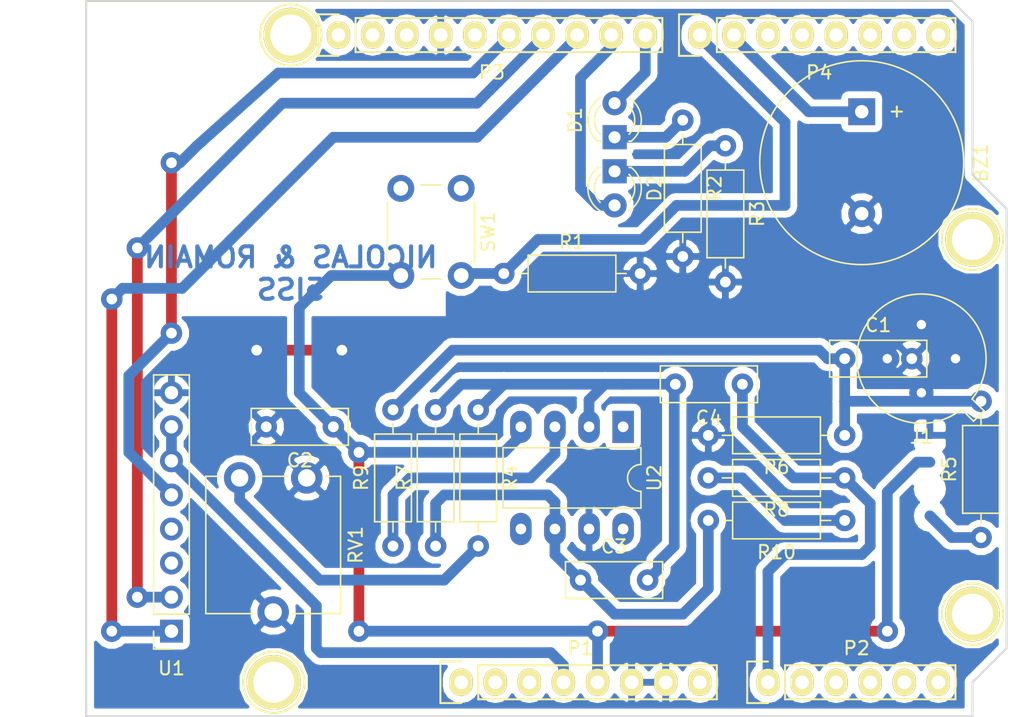
<source format=kicad_pcb>
(kicad_pcb (version 20171130) (host pcbnew "(5.0.0)")

  (general
    (thickness 1.6)
    (drawings 26)
    (tracks 142)
    (zones 0)
    (modules 30)
    (nets 48)
  )

  (page A4)
  (title_block
    (date "lun. 30 mars 2015")
  )

  (layers
    (0 F.Cu signal)
    (31 B.Cu signal)
    (32 B.Adhes user)
    (33 F.Adhes user)
    (34 B.Paste user)
    (35 F.Paste user)
    (36 B.SilkS user)
    (37 F.SilkS user)
    (38 B.Mask user)
    (39 F.Mask user)
    (40 Dwgs.User user)
    (41 Cmts.User user)
    (42 Eco1.User user)
    (43 Eco2.User user)
    (44 Edge.Cuts user)
    (45 Margin user)
    (46 B.CrtYd user)
    (47 F.CrtYd user)
    (48 B.Fab user)
    (49 F.Fab user)
  )

  (setup
    (last_trace_width 0.8)
    (trace_clearance 0.4)
    (zone_clearance 0.508)
    (zone_45_only no)
    (trace_min 0.2)
    (segment_width 0.15)
    (edge_width 0.15)
    (via_size 1.6)
    (via_drill 0.8)
    (via_min_size 0.4)
    (via_min_drill 0.3)
    (uvia_size 0.3)
    (uvia_drill 0.1)
    (uvias_allowed no)
    (uvia_min_size 0.2)
    (uvia_min_drill 0.1)
    (pcb_text_width 0.3)
    (pcb_text_size 1.5 1.5)
    (mod_edge_width 0.15)
    (mod_text_size 1 1)
    (mod_text_width 0.15)
    (pad_size 4.064 4.064)
    (pad_drill 3.048)
    (pad_to_mask_clearance 0)
    (aux_axis_origin 110.998 126.365)
    (grid_origin 110.998 126.365)
    (visible_elements 7FFFFFFF)
    (pcbplotparams
      (layerselection 0x00030_80000001)
      (usegerberextensions false)
      (usegerberattributes false)
      (usegerberadvancedattributes false)
      (creategerberjobfile false)
      (excludeedgelayer true)
      (linewidth 0.100000)
      (plotframeref false)
      (viasonmask false)
      (mode 1)
      (useauxorigin false)
      (hpglpennumber 1)
      (hpglpenspeed 20)
      (hpglpendiameter 15.000000)
      (psnegative false)
      (psa4output false)
      (plotreference true)
      (plotvalue true)
      (plotinvisibletext false)
      (padsonsilk false)
      (subtractmaskfromsilk false)
      (outputformat 1)
      (mirror false)
      (drillshape 1)
      (scaleselection 1)
      (outputdirectory ""))
  )

  (net 0 "")
  (net 1 /IOREF)
  (net 2 /Reset)
  (net 3 +5V)
  (net 4 GND)
  (net 5 /Vin)
  (net 6 /A0)
  (net 7 /A1)
  (net 8 /A2)
  (net 9 /A3)
  (net 10 /AREF)
  (net 11 "/A4(SDA)")
  (net 12 "/A5(SCL)")
  (net 13 "/9(**)")
  (net 14 /8)
  (net 15 /7)
  (net 16 "/6(**)")
  (net 17 "/5(**)")
  (net 18 /4)
  (net 19 "/3(**)")
  (net 20 /2)
  (net 21 "/1(Tx)")
  (net 22 "/0(Rx)")
  (net 23 "Net-(P5-Pad1)")
  (net 24 "Net-(P6-Pad1)")
  (net 25 "Net-(P7-Pad1)")
  (net 26 "Net-(P8-Pad1)")
  (net 27 "/13(SCK)")
  (net 28 "/10(**/SS)")
  (net 29 "Net-(P1-Pad1)")
  (net 30 +3V3)
  (net 31 "/12(MISO)")
  (net 32 "/11(**/MOSI)")
  (net 33 "Net-(D1-Pad1)")
  (net 34 "Net-(D2-Pad1)")
  (net 35 "Net-(J1-Pad3)")
  (net 36 "Net-(U1-Pad3)")
  (net 37 "Net-(U1-Pad4)")
  (net 38 "Net-(C1-Pad1)")
  (net 39 "Net-(C3-Pad2)")
  (net 40 "Net-(C3-Pad1)")
  (net 41 /Capt_preamp)
  (net 42 "Net-(R4-Pad2)")
  (net 43 "Net-(R10-Pad1)")
  (net 44 "Net-(R9-Pad1)")
  (net 45 "Net-(U2-Pad1)")
  (net 46 "Net-(U2-Pad5)")
  (net 47 "Net-(U2-Pad8)")

  (net_class Default "This is the default net class."
    (clearance 0.4)
    (trace_width 0.8)
    (via_dia 1.6)
    (via_drill 0.8)
    (uvia_dia 0.3)
    (uvia_drill 0.1)
    (add_net +3V3)
    (add_net +5V)
    (add_net "/0(Rx)")
    (add_net "/1(Tx)")
    (add_net "/10(**/SS)")
    (add_net "/11(**/MOSI)")
    (add_net "/12(MISO)")
    (add_net "/13(SCK)")
    (add_net /2)
    (add_net "/3(**)")
    (add_net /4)
    (add_net "/5(**)")
    (add_net "/6(**)")
    (add_net /7)
    (add_net /8)
    (add_net "/9(**)")
    (add_net /A0)
    (add_net /A1)
    (add_net /A2)
    (add_net /A3)
    (add_net "/A4(SDA)")
    (add_net "/A5(SCL)")
    (add_net /AREF)
    (add_net /Capt_preamp)
    (add_net /IOREF)
    (add_net /Reset)
    (add_net /Vin)
    (add_net GND)
    (add_net "Net-(C1-Pad1)")
    (add_net "Net-(C3-Pad1)")
    (add_net "Net-(C3-Pad2)")
    (add_net "Net-(D1-Pad1)")
    (add_net "Net-(D2-Pad1)")
    (add_net "Net-(J1-Pad3)")
    (add_net "Net-(P1-Pad1)")
    (add_net "Net-(P5-Pad1)")
    (add_net "Net-(P6-Pad1)")
    (add_net "Net-(P7-Pad1)")
    (add_net "Net-(P8-Pad1)")
    (add_net "Net-(R10-Pad1)")
    (add_net "Net-(R4-Pad2)")
    (add_net "Net-(R9-Pad1)")
    (add_net "Net-(U1-Pad3)")
    (add_net "Net-(U1-Pad4)")
    (add_net "Net-(U2-Pad1)")
    (add_net "Net-(U2-Pad5)")
    (add_net "Net-(U2-Pad8)")
  )

  (module Capacitor_THT:C_Rect_L7.0mm_W2.5mm_P5.00mm (layer F.Cu) (tedit 5AE50EF0) (tstamp 5BE41F4C)
    (at 159.893 101.6 180)
    (descr "C, Rect series, Radial, pin pitch=5.00mm, , length*width=7*2.5mm^2, Capacitor")
    (tags "C Rect series Radial pin pitch 5.00mm  length 7mm width 2.5mm Capacitor")
    (path /5BDE1432)
    (fp_text reference C4 (at 2.5 -2.5 180) (layer F.SilkS)
      (effects (font (size 1 1) (thickness 0.15)))
    )
    (fp_text value 100n (at 2.5 2.5 180) (layer F.Fab)
      (effects (font (size 1 1) (thickness 0.15)))
    )
    (fp_text user %R (at 2.5 0 180) (layer F.Fab)
      (effects (font (size 1 1) (thickness 0.15)))
    )
    (fp_line (start 6.25 -1.5) (end -1.25 -1.5) (layer F.CrtYd) (width 0.05))
    (fp_line (start 6.25 1.5) (end 6.25 -1.5) (layer F.CrtYd) (width 0.05))
    (fp_line (start -1.25 1.5) (end 6.25 1.5) (layer F.CrtYd) (width 0.05))
    (fp_line (start -1.25 -1.5) (end -1.25 1.5) (layer F.CrtYd) (width 0.05))
    (fp_line (start 6.12 -1.37) (end 6.12 1.37) (layer F.SilkS) (width 0.12))
    (fp_line (start -1.12 -1.37) (end -1.12 1.37) (layer F.SilkS) (width 0.12))
    (fp_line (start -1.12 1.37) (end 6.12 1.37) (layer F.SilkS) (width 0.12))
    (fp_line (start -1.12 -1.37) (end 6.12 -1.37) (layer F.SilkS) (width 0.12))
    (fp_line (start 6 -1.25) (end -1 -1.25) (layer F.Fab) (width 0.1))
    (fp_line (start 6 1.25) (end 6 -1.25) (layer F.Fab) (width 0.1))
    (fp_line (start -1 1.25) (end 6 1.25) (layer F.Fab) (width 0.1))
    (fp_line (start -1 -1.25) (end -1 1.25) (layer F.Fab) (width 0.1))
    (pad 2 thru_hole circle (at 5 0 180) (size 1.6 1.6) (drill 0.8) (layers *.Cu *.Mask)
      (net 39 "Net-(C3-Pad2)"))
    (pad 1 thru_hole circle (at 0 0 180) (size 1.6 1.6) (drill 0.8) (layers *.Cu *.Mask)
      (net 6 /A0))
    (model ${KISYS3DMOD}/Capacitor_THT.3dshapes/C_Rect_L7.0mm_W2.5mm_P5.00mm.wrl
      (at (xyz 0 0 0))
      (scale (xyz 1 1 1))
      (rotate (xyz 0 0 0))
    )
  )

  (module Connector_PinSocket_2.54mm:PinSocket_1x08_P2.54mm_Vertical (layer F.Cu) (tedit 5A19A420) (tstamp 5BE420C5)
    (at 117.348 120.015 180)
    (descr "Through hole straight socket strip, 1x08, 2.54mm pitch, single row (from Kicad 4.0.7), script generated")
    (tags "Through hole socket strip THT 1x08 2.54mm single row")
    (path /5BBD67A7)
    (fp_text reference U1 (at 0 -2.77 180) (layer F.SilkS)
      (effects (font (size 1 1) (thickness 0.15)))
    )
    (fp_text value RN2483A (at 0 20.55 180) (layer F.Fab)
      (effects (font (size 1 1) (thickness 0.15)))
    )
    (fp_line (start -1.27 -1.27) (end 0.635 -1.27) (layer F.Fab) (width 0.1))
    (fp_line (start 0.635 -1.27) (end 1.27 -0.635) (layer F.Fab) (width 0.1))
    (fp_line (start 1.27 -0.635) (end 1.27 19.05) (layer F.Fab) (width 0.1))
    (fp_line (start 1.27 19.05) (end -1.27 19.05) (layer F.Fab) (width 0.1))
    (fp_line (start -1.27 19.05) (end -1.27 -1.27) (layer F.Fab) (width 0.1))
    (fp_line (start -1.33 1.27) (end 1.33 1.27) (layer F.SilkS) (width 0.12))
    (fp_line (start -1.33 1.27) (end -1.33 19.11) (layer F.SilkS) (width 0.12))
    (fp_line (start -1.33 19.11) (end 1.33 19.11) (layer F.SilkS) (width 0.12))
    (fp_line (start 1.33 1.27) (end 1.33 19.11) (layer F.SilkS) (width 0.12))
    (fp_line (start 1.33 -1.33) (end 1.33 0) (layer F.SilkS) (width 0.12))
    (fp_line (start 0 -1.33) (end 1.33 -1.33) (layer F.SilkS) (width 0.12))
    (fp_line (start -1.8 -1.8) (end 1.75 -1.8) (layer F.CrtYd) (width 0.05))
    (fp_line (start 1.75 -1.8) (end 1.75 19.55) (layer F.CrtYd) (width 0.05))
    (fp_line (start 1.75 19.55) (end -1.8 19.55) (layer F.CrtYd) (width 0.05))
    (fp_line (start -1.8 19.55) (end -1.8 -1.8) (layer F.CrtYd) (width 0.05))
    (fp_text user %R (at 0 8.89 270) (layer F.Fab)
      (effects (font (size 1 1) (thickness 0.15)))
    )
    (pad 1 thru_hole rect (at 0 0 180) (size 1.7 1.7) (drill 1) (layers *.Cu *.Mask)
      (net 28 "/10(**/SS)"))
    (pad 2 thru_hole oval (at 0 2.54 180) (size 1.7 1.7) (drill 1) (layers *.Cu *.Mask)
      (net 32 "/11(**/MOSI)"))
    (pad 3 thru_hole oval (at 0 5.08 180) (size 1.7 1.7) (drill 1) (layers *.Cu *.Mask)
      (net 36 "Net-(U1-Pad3)"))
    (pad 4 thru_hole oval (at 0 7.62 180) (size 1.7 1.7) (drill 1) (layers *.Cu *.Mask)
      (net 37 "Net-(U1-Pad4)"))
    (pad 5 thru_hole oval (at 0 10.16 180) (size 1.7 1.7) (drill 1) (layers *.Cu *.Mask)
      (net 31 "/12(MISO)"))
    (pad 6 thru_hole oval (at 0 12.7 180) (size 1.7 1.7) (drill 1) (layers *.Cu *.Mask)
      (net 30 +3V3))
    (pad 7 thru_hole oval (at 0 15.24 180) (size 1.7 1.7) (drill 1) (layers *.Cu *.Mask)
      (net 30 +3V3))
    (pad 8 thru_hole oval (at 0 17.78 180) (size 1.7 1.7) (drill 1) (layers *.Cu *.Mask)
      (net 4 GND))
    (model ${KISYS3DMOD}/Connector_PinSocket_2.54mm.3dshapes/PinSocket_1x08_P2.54mm_Vertical.wrl
      (at (xyz 0 0 0))
      (scale (xyz 1 1 1))
      (rotate (xyz 0 0 0))
    )
  )

  (module Resistor_THT:R_Axial_DIN0207_L6.3mm_D2.5mm_P10.16mm_Horizontal (layer F.Cu) (tedit 5AE5139B) (tstamp 5BE41FFF)
    (at 177.673 113.03 90)
    (descr "Resistor, Axial_DIN0207 series, Axial, Horizontal, pin pitch=10.16mm, 0.25W = 1/4W, length*diameter=6.3*2.5mm^2, http://cdn-reichelt.de/documents/datenblatt/B400/1_4W%23YAG.pdf")
    (tags "Resistor Axial_DIN0207 series Axial Horizontal pin pitch 10.16mm 0.25W = 1/4W length 6.3mm diameter 2.5mm")
    (path /5BDB7AFC)
    (fp_text reference R5 (at 5.08 -2.37 90) (layer F.SilkS)
      (effects (font (size 1 1) (thickness 0.15)))
    )
    (fp_text value 10k (at 5.08 2.37 90) (layer F.Fab)
      (effects (font (size 1 1) (thickness 0.15)))
    )
    (fp_line (start 1.93 -1.25) (end 1.93 1.25) (layer F.Fab) (width 0.1))
    (fp_line (start 1.93 1.25) (end 8.23 1.25) (layer F.Fab) (width 0.1))
    (fp_line (start 8.23 1.25) (end 8.23 -1.25) (layer F.Fab) (width 0.1))
    (fp_line (start 8.23 -1.25) (end 1.93 -1.25) (layer F.Fab) (width 0.1))
    (fp_line (start 0 0) (end 1.93 0) (layer F.Fab) (width 0.1))
    (fp_line (start 10.16 0) (end 8.23 0) (layer F.Fab) (width 0.1))
    (fp_line (start 1.81 -1.37) (end 1.81 1.37) (layer F.SilkS) (width 0.12))
    (fp_line (start 1.81 1.37) (end 8.35 1.37) (layer F.SilkS) (width 0.12))
    (fp_line (start 8.35 1.37) (end 8.35 -1.37) (layer F.SilkS) (width 0.12))
    (fp_line (start 8.35 -1.37) (end 1.81 -1.37) (layer F.SilkS) (width 0.12))
    (fp_line (start 1.04 0) (end 1.81 0) (layer F.SilkS) (width 0.12))
    (fp_line (start 9.12 0) (end 8.35 0) (layer F.SilkS) (width 0.12))
    (fp_line (start -1.05 -1.5) (end -1.05 1.5) (layer F.CrtYd) (width 0.05))
    (fp_line (start -1.05 1.5) (end 11.21 1.5) (layer F.CrtYd) (width 0.05))
    (fp_line (start 11.21 1.5) (end 11.21 -1.5) (layer F.CrtYd) (width 0.05))
    (fp_line (start 11.21 -1.5) (end -1.05 -1.5) (layer F.CrtYd) (width 0.05))
    (fp_text user %R (at 5.08 0 90) (layer F.Fab)
      (effects (font (size 1 1) (thickness 0.15)))
    )
    (pad 1 thru_hole circle (at 0 0 90) (size 1.6 1.6) (drill 0.8) (layers *.Cu *.Mask)
      (net 41 /Capt_preamp))
    (pad 2 thru_hole oval (at 10.16 0 90) (size 1.6 1.6) (drill 0.8) (layers *.Cu *.Mask)
      (net 38 "Net-(C1-Pad1)"))
    (model ${KISYS3DMOD}/Resistor_THT.3dshapes/R_Axial_DIN0207_L6.3mm_D2.5mm_P10.16mm_Horizontal.wrl
      (at (xyz 0 0 0))
      (scale (xyz 1 1 1))
      (rotate (xyz 0 0 0))
    )
  )

  (module Resistor_THT:R_Axial_DIN0207_L6.3mm_D2.5mm_P10.16mm_Horizontal (layer F.Cu) (tedit 5AE5139B) (tstamp 5BE42016)
    (at 167.513 105.41 180)
    (descr "Resistor, Axial_DIN0207 series, Axial, Horizontal, pin pitch=10.16mm, 0.25W = 1/4W, length*diameter=6.3*2.5mm^2, http://cdn-reichelt.de/documents/datenblatt/B400/1_4W%23YAG.pdf")
    (tags "Resistor Axial_DIN0207 series Axial Horizontal pin pitch 10.16mm 0.25W = 1/4W length 6.3mm diameter 2.5mm")
    (path /5BDB7B78)
    (fp_text reference R6 (at 5.08 -2.37 180) (layer F.SilkS)
      (effects (font (size 1 1) (thickness 0.15)))
    )
    (fp_text value 100k (at 5.08 0.194999 180) (layer F.Fab)
      (effects (font (size 1 1) (thickness 0.15)))
    )
    (fp_text user %R (at 5.08 0 180) (layer F.Fab)
      (effects (font (size 1 1) (thickness 0.15)))
    )
    (fp_line (start 11.21 -1.5) (end -1.05 -1.5) (layer F.CrtYd) (width 0.05))
    (fp_line (start 11.21 1.5) (end 11.21 -1.5) (layer F.CrtYd) (width 0.05))
    (fp_line (start -1.05 1.5) (end 11.21 1.5) (layer F.CrtYd) (width 0.05))
    (fp_line (start -1.05 -1.5) (end -1.05 1.5) (layer F.CrtYd) (width 0.05))
    (fp_line (start 9.12 0) (end 8.35 0) (layer F.SilkS) (width 0.12))
    (fp_line (start 1.04 0) (end 1.81 0) (layer F.SilkS) (width 0.12))
    (fp_line (start 8.35 -1.37) (end 1.81 -1.37) (layer F.SilkS) (width 0.12))
    (fp_line (start 8.35 1.37) (end 8.35 -1.37) (layer F.SilkS) (width 0.12))
    (fp_line (start 1.81 1.37) (end 8.35 1.37) (layer F.SilkS) (width 0.12))
    (fp_line (start 1.81 -1.37) (end 1.81 1.37) (layer F.SilkS) (width 0.12))
    (fp_line (start 10.16 0) (end 8.23 0) (layer F.Fab) (width 0.1))
    (fp_line (start 0 0) (end 1.93 0) (layer F.Fab) (width 0.1))
    (fp_line (start 8.23 -1.25) (end 1.93 -1.25) (layer F.Fab) (width 0.1))
    (fp_line (start 8.23 1.25) (end 8.23 -1.25) (layer F.Fab) (width 0.1))
    (fp_line (start 1.93 1.25) (end 8.23 1.25) (layer F.Fab) (width 0.1))
    (fp_line (start 1.93 -1.25) (end 1.93 1.25) (layer F.Fab) (width 0.1))
    (pad 2 thru_hole oval (at 10.16 0 180) (size 1.6 1.6) (drill 0.8) (layers *.Cu *.Mask)
      (net 4 GND))
    (pad 1 thru_hole circle (at 0 0 180) (size 1.6 1.6) (drill 0.8) (layers *.Cu *.Mask)
      (net 38 "Net-(C1-Pad1)"))
    (model ${KISYS3DMOD}/Resistor_THT.3dshapes/R_Axial_DIN0207_L6.3mm_D2.5mm_P10.16mm_Horizontal.wrl
      (at (xyz 0 0 0))
      (scale (xyz 1 1 1))
      (rotate (xyz 0 0 0))
    )
  )

  (module Socket_Arduino_Uno:Socket_Strip_Arduino_1x08 locked (layer F.Cu) (tedit 5BD70390) (tstamp 551AF9EA)
    (at 138.938 123.825)
    (descr "Through hole socket strip")
    (tags "socket strip")
    (path /56D70129)
    (fp_text reference P1 (at 8.89 -2.54) (layer F.SilkS)
      (effects (font (size 1 1) (thickness 0.15)))
    )
    (fp_text value Power (at 8.89 -4.064) (layer F.Fab)
      (effects (font (size 1 1) (thickness 0.15)))
    )
    (fp_line (start -1.75 -1.75) (end -1.75 1.75) (layer F.CrtYd) (width 0.05))
    (fp_line (start 19.55 -1.75) (end 19.55 1.75) (layer F.CrtYd) (width 0.05))
    (fp_line (start -1.75 -1.75) (end 19.55 -1.75) (layer F.CrtYd) (width 0.05))
    (fp_line (start -1.75 1.75) (end 19.55 1.75) (layer F.CrtYd) (width 0.05))
    (fp_line (start 1.27 1.27) (end 19.05 1.27) (layer F.SilkS) (width 0.15))
    (fp_line (start 19.05 1.27) (end 19.05 -1.27) (layer F.SilkS) (width 0.15))
    (fp_line (start 19.05 -1.27) (end 1.27 -1.27) (layer F.SilkS) (width 0.15))
    (fp_line (start -1.55 1.55) (end 0 1.55) (layer F.SilkS) (width 0.15))
    (fp_line (start 1.27 1.27) (end 1.27 -1.27) (layer F.SilkS) (width 0.15))
    (fp_line (start 0 -1.55) (end -1.55 -1.55) (layer F.SilkS) (width 0.15))
    (fp_line (start -1.55 -1.55) (end -1.55 1.55) (layer F.SilkS) (width 0.15))
    (pad 1 thru_hole oval (at 0 0) (size 1.7272 2.032) (drill 1.016) (layers *.Cu *.Mask F.SilkS)
      (net 29 "Net-(P1-Pad1)"))
    (pad 2 thru_hole oval (at 2.54 0) (size 1.7272 2.032) (drill 1.016) (layers *.Cu *.Mask F.SilkS)
      (net 1 /IOREF))
    (pad 3 thru_hole oval (at 5.08 0) (size 1.7272 2.032) (drill 1.016) (layers *.Cu *.Mask F.SilkS)
      (net 2 /Reset))
    (pad 4 thru_hole oval (at 7.62 0) (size 1.7272 2.032) (drill 1.016) (layers *.Cu *.Mask F.SilkS)
      (net 30 +3V3))
    (pad 5 thru_hole oval (at 10.16 0) (size 1.7272 2.032) (drill 1.016) (layers *.Cu *.Mask F.SilkS)
      (net 3 +5V))
    (pad 6 thru_hole oval (at 12.7 0) (size 1.7272 2.032) (drill 1.016) (layers *.Cu *.Mask F.SilkS)
      (net 4 GND))
    (pad 7 thru_hole oval (at 15.24 0) (size 1.7272 2.032) (drill 1.016) (layers *.Cu *.Mask F.SilkS)
      (net 4 GND))
    (pad 8 thru_hole oval (at 17.78 0) (size 1.7272 2.032) (drill 1.016) (layers *.Cu *.Mask F.SilkS)
      (net 5 /Vin))
    (model ${KIPRJMOD}/Socket_Arduino_Uno.3dshapes/Socket_header_Arduino_1x08.wrl
      (offset (xyz 8.889999866485596 0 0))
      (scale (xyz 1 1 1))
      (rotate (xyz 0 0 180))
    )
  )

  (module Socket_Arduino_Uno:Socket_Strip_Arduino_1x06 locked (layer F.Cu) (tedit 552168D6) (tstamp 551AF9FF)
    (at 161.798 123.825)
    (descr "Through hole socket strip")
    (tags "socket strip")
    (path /56D70DD8)
    (fp_text reference P2 (at 6.604 -2.54) (layer F.SilkS)
      (effects (font (size 1 1) (thickness 0.15)))
    )
    (fp_text value Analog (at 6.604 -4.064) (layer F.Fab)
      (effects (font (size 1 1) (thickness 0.15)))
    )
    (fp_line (start -1.75 -1.75) (end -1.75 1.75) (layer F.CrtYd) (width 0.05))
    (fp_line (start 14.45 -1.75) (end 14.45 1.75) (layer F.CrtYd) (width 0.05))
    (fp_line (start -1.75 -1.75) (end 14.45 -1.75) (layer F.CrtYd) (width 0.05))
    (fp_line (start -1.75 1.75) (end 14.45 1.75) (layer F.CrtYd) (width 0.05))
    (fp_line (start 1.27 1.27) (end 13.97 1.27) (layer F.SilkS) (width 0.15))
    (fp_line (start 13.97 1.27) (end 13.97 -1.27) (layer F.SilkS) (width 0.15))
    (fp_line (start 13.97 -1.27) (end 1.27 -1.27) (layer F.SilkS) (width 0.15))
    (fp_line (start -1.55 1.55) (end 0 1.55) (layer F.SilkS) (width 0.15))
    (fp_line (start 1.27 1.27) (end 1.27 -1.27) (layer F.SilkS) (width 0.15))
    (fp_line (start 0 -1.55) (end -1.55 -1.55) (layer F.SilkS) (width 0.15))
    (fp_line (start -1.55 -1.55) (end -1.55 1.55) (layer F.SilkS) (width 0.15))
    (pad 1 thru_hole oval (at 0 0) (size 1.7272 2.032) (drill 1.016) (layers *.Cu *.Mask F.SilkS)
      (net 6 /A0))
    (pad 2 thru_hole oval (at 2.54 0) (size 1.7272 2.032) (drill 1.016) (layers *.Cu *.Mask F.SilkS)
      (net 7 /A1))
    (pad 3 thru_hole oval (at 5.08 0) (size 1.7272 2.032) (drill 1.016) (layers *.Cu *.Mask F.SilkS)
      (net 8 /A2))
    (pad 4 thru_hole oval (at 7.62 0) (size 1.7272 2.032) (drill 1.016) (layers *.Cu *.Mask F.SilkS)
      (net 9 /A3))
    (pad 5 thru_hole oval (at 10.16 0) (size 1.7272 2.032) (drill 1.016) (layers *.Cu *.Mask F.SilkS)
      (net 11 "/A4(SDA)"))
    (pad 6 thru_hole oval (at 12.7 0) (size 1.7272 2.032) (drill 1.016) (layers *.Cu *.Mask F.SilkS)
      (net 12 "/A5(SCL)"))
    (model ${KIPRJMOD}/Socket_Arduino_Uno.3dshapes/Socket_header_Arduino_1x06.wrl
      (offset (xyz 6.349999904632568 0 0))
      (scale (xyz 1 1 1))
      (rotate (xyz 0 0 180))
    )
  )

  (module Socket_Arduino_Uno:Socket_Strip_Arduino_1x10 locked (layer F.Cu) (tedit 552168BF) (tstamp 551AFA18)
    (at 129.794 75.565)
    (descr "Through hole socket strip")
    (tags "socket strip")
    (path /56D721E0)
    (fp_text reference P3 (at 11.43 2.794) (layer F.SilkS)
      (effects (font (size 1 1) (thickness 0.15)))
    )
    (fp_text value Digital (at 11.43 4.318) (layer F.Fab)
      (effects (font (size 1 1) (thickness 0.15)))
    )
    (fp_line (start -1.75 -1.75) (end -1.75 1.75) (layer F.CrtYd) (width 0.05))
    (fp_line (start 24.65 -1.75) (end 24.65 1.75) (layer F.CrtYd) (width 0.05))
    (fp_line (start -1.75 -1.75) (end 24.65 -1.75) (layer F.CrtYd) (width 0.05))
    (fp_line (start -1.75 1.75) (end 24.65 1.75) (layer F.CrtYd) (width 0.05))
    (fp_line (start 1.27 1.27) (end 24.13 1.27) (layer F.SilkS) (width 0.15))
    (fp_line (start 24.13 1.27) (end 24.13 -1.27) (layer F.SilkS) (width 0.15))
    (fp_line (start 24.13 -1.27) (end 1.27 -1.27) (layer F.SilkS) (width 0.15))
    (fp_line (start -1.55 1.55) (end 0 1.55) (layer F.SilkS) (width 0.15))
    (fp_line (start 1.27 1.27) (end 1.27 -1.27) (layer F.SilkS) (width 0.15))
    (fp_line (start 0 -1.55) (end -1.55 -1.55) (layer F.SilkS) (width 0.15))
    (fp_line (start -1.55 -1.55) (end -1.55 1.55) (layer F.SilkS) (width 0.15))
    (pad 1 thru_hole oval (at 0 0) (size 1.7272 2.032) (drill 1.016) (layers *.Cu *.Mask F.SilkS)
      (net 12 "/A5(SCL)"))
    (pad 2 thru_hole oval (at 2.54 0) (size 1.7272 2.032) (drill 1.016) (layers *.Cu *.Mask F.SilkS)
      (net 11 "/A4(SDA)"))
    (pad 3 thru_hole oval (at 5.08 0) (size 1.7272 2.032) (drill 1.016) (layers *.Cu *.Mask F.SilkS)
      (net 10 /AREF))
    (pad 4 thru_hole oval (at 7.62 0) (size 1.7272 2.032) (drill 1.016) (layers *.Cu *.Mask F.SilkS)
      (net 4 GND))
    (pad 5 thru_hole oval (at 10.16 0) (size 1.7272 2.032) (drill 1.016) (layers *.Cu *.Mask F.SilkS)
      (net 27 "/13(SCK)"))
    (pad 6 thru_hole oval (at 12.7 0) (size 1.7272 2.032) (drill 1.016) (layers *.Cu *.Mask F.SilkS)
      (net 31 "/12(MISO)"))
    (pad 7 thru_hole oval (at 15.24 0) (size 1.7272 2.032) (drill 1.016) (layers *.Cu *.Mask F.SilkS)
      (net 32 "/11(**/MOSI)"))
    (pad 8 thru_hole oval (at 17.78 0) (size 1.7272 2.032) (drill 1.016) (layers *.Cu *.Mask F.SilkS)
      (net 28 "/10(**/SS)"))
    (pad 9 thru_hole oval (at 20.32 0) (size 1.7272 2.032) (drill 1.016) (layers *.Cu *.Mask F.SilkS)
      (net 13 "/9(**)"))
    (pad 10 thru_hole oval (at 22.86 0) (size 1.7272 2.032) (drill 1.016) (layers *.Cu *.Mask F.SilkS)
      (net 14 /8))
    (model ${KIPRJMOD}/Socket_Arduino_Uno.3dshapes/Socket_header_Arduino_1x10.wrl
      (offset (xyz 11.42999982833862 0 0))
      (scale (xyz 1 1 1))
      (rotate (xyz 0 0 180))
    )
  )

  (module Socket_Arduino_Uno:Socket_Strip_Arduino_1x08 locked (layer F.Cu) (tedit 552168C7) (tstamp 551AFA2F)
    (at 156.718 75.565)
    (descr "Through hole socket strip")
    (tags "socket strip")
    (path /56D7164F)
    (fp_text reference P4 (at 8.89 2.794) (layer F.SilkS)
      (effects (font (size 1 1) (thickness 0.15)))
    )
    (fp_text value Digital (at 8.89 4.318) (layer F.Fab)
      (effects (font (size 1 1) (thickness 0.15)))
    )
    (fp_line (start -1.75 -1.75) (end -1.75 1.75) (layer F.CrtYd) (width 0.05))
    (fp_line (start 19.55 -1.75) (end 19.55 1.75) (layer F.CrtYd) (width 0.05))
    (fp_line (start -1.75 -1.75) (end 19.55 -1.75) (layer F.CrtYd) (width 0.05))
    (fp_line (start -1.75 1.75) (end 19.55 1.75) (layer F.CrtYd) (width 0.05))
    (fp_line (start 1.27 1.27) (end 19.05 1.27) (layer F.SilkS) (width 0.15))
    (fp_line (start 19.05 1.27) (end 19.05 -1.27) (layer F.SilkS) (width 0.15))
    (fp_line (start 19.05 -1.27) (end 1.27 -1.27) (layer F.SilkS) (width 0.15))
    (fp_line (start -1.55 1.55) (end 0 1.55) (layer F.SilkS) (width 0.15))
    (fp_line (start 1.27 1.27) (end 1.27 -1.27) (layer F.SilkS) (width 0.15))
    (fp_line (start 0 -1.55) (end -1.55 -1.55) (layer F.SilkS) (width 0.15))
    (fp_line (start -1.55 -1.55) (end -1.55 1.55) (layer F.SilkS) (width 0.15))
    (pad 1 thru_hole oval (at 0 0) (size 1.7272 2.032) (drill 1.016) (layers *.Cu *.Mask F.SilkS)
      (net 15 /7))
    (pad 2 thru_hole oval (at 2.54 0) (size 1.7272 2.032) (drill 1.016) (layers *.Cu *.Mask F.SilkS)
      (net 16 "/6(**)"))
    (pad 3 thru_hole oval (at 5.08 0) (size 1.7272 2.032) (drill 1.016) (layers *.Cu *.Mask F.SilkS)
      (net 17 "/5(**)"))
    (pad 4 thru_hole oval (at 7.62 0) (size 1.7272 2.032) (drill 1.016) (layers *.Cu *.Mask F.SilkS)
      (net 18 /4))
    (pad 5 thru_hole oval (at 10.16 0) (size 1.7272 2.032) (drill 1.016) (layers *.Cu *.Mask F.SilkS)
      (net 19 "/3(**)"))
    (pad 6 thru_hole oval (at 12.7 0) (size 1.7272 2.032) (drill 1.016) (layers *.Cu *.Mask F.SilkS)
      (net 20 /2))
    (pad 7 thru_hole oval (at 15.24 0) (size 1.7272 2.032) (drill 1.016) (layers *.Cu *.Mask F.SilkS)
      (net 21 "/1(Tx)"))
    (pad 8 thru_hole oval (at 17.78 0) (size 1.7272 2.032) (drill 1.016) (layers *.Cu *.Mask F.SilkS)
      (net 22 "/0(Rx)"))
    (model ${KIPRJMOD}/Socket_Arduino_Uno.3dshapes/Socket_header_Arduino_1x08.wrl
      (offset (xyz 8.889999866485596 0 0))
      (scale (xyz 1 1 1))
      (rotate (xyz 0 0 180))
    )
  )

  (module Socket_Arduino_Uno:Arduino_1pin locked (layer F.Cu) (tedit 5524FC39) (tstamp 5524FC3F)
    (at 124.968 123.825)
    (descr "module 1 pin (ou trou mecanique de percage)")
    (tags DEV)
    (path /56D71177)
    (fp_text reference P5 (at 0 -3.048) (layer F.SilkS) hide
      (effects (font (size 1 1) (thickness 0.15)))
    )
    (fp_text value CONN_01X01 (at 0 2.794) (layer F.Fab) hide
      (effects (font (size 1 1) (thickness 0.15)))
    )
    (fp_circle (center 0 0) (end 0 -2.286) (layer F.SilkS) (width 0.15))
    (pad 1 thru_hole circle (at 0 0) (size 4.064 4.064) (drill 3.048) (layers *.Cu *.Mask F.SilkS)
      (net 23 "Net-(P5-Pad1)"))
  )

  (module Socket_Arduino_Uno:Arduino_1pin locked (layer F.Cu) (tedit 5524FC4A) (tstamp 5524FC44)
    (at 177.038 118.745)
    (descr "module 1 pin (ou trou mecanique de percage)")
    (tags DEV)
    (path /56D71274)
    (fp_text reference P6 (at 0 -3.048) (layer F.SilkS) hide
      (effects (font (size 1 1) (thickness 0.15)))
    )
    (fp_text value CONN_01X01 (at 0 2.794) (layer F.Fab) hide
      (effects (font (size 1 1) (thickness 0.15)))
    )
    (fp_circle (center 0 0) (end 0 -2.286) (layer F.SilkS) (width 0.15))
    (pad 1 thru_hole circle (at 0 0) (size 4.064 4.064) (drill 3.048) (layers *.Cu *.Mask F.SilkS)
      (net 24 "Net-(P6-Pad1)"))
  )

  (module Socket_Arduino_Uno:Arduino_1pin locked (layer F.Cu) (tedit 5524FC2F) (tstamp 5524FC49)
    (at 126.238 75.565)
    (descr "module 1 pin (ou trou mecanique de percage)")
    (tags DEV)
    (path /56D712A8)
    (fp_text reference P7 (at 0 -3.048) (layer F.SilkS) hide
      (effects (font (size 1 1) (thickness 0.15)))
    )
    (fp_text value CONN_01X01 (at 0 2.794) (layer F.Fab) hide
      (effects (font (size 1 1) (thickness 0.15)))
    )
    (fp_circle (center 0 0) (end 0 -2.286) (layer F.SilkS) (width 0.15))
    (pad 1 thru_hole circle (at 0 0) (size 4.064 4.064) (drill 3.048) (layers *.Cu *.Mask F.SilkS)
      (net 25 "Net-(P7-Pad1)"))
  )

  (module Socket_Arduino_Uno:Arduino_1pin locked (layer F.Cu) (tedit 5524FC41) (tstamp 5524FC4E)
    (at 177.038 90.805)
    (descr "module 1 pin (ou trou mecanique de percage)")
    (tags DEV)
    (path /56D712DB)
    (fp_text reference P8 (at 0 -3.048) (layer F.SilkS) hide
      (effects (font (size 1 1) (thickness 0.15)))
    )
    (fp_text value CONN_01X01 (at 0 2.794) (layer F.Fab) hide
      (effects (font (size 1 1) (thickness 0.15)))
    )
    (fp_circle (center 0 0) (end 0 -2.286) (layer F.SilkS) (width 0.15))
    (pad 1 thru_hole circle (at 0 0) (size 4.064 4.064) (drill 3.048) (layers *.Cu *.Mask F.SilkS)
      (net 26 "Net-(P8-Pad1)"))
  )

  (module Buzzer_Beeper:Buzzer_15x7.5RM7.6 (layer F.Cu) (tedit 5A030281) (tstamp 5BE41F00)
    (at 168.783 81.28 270)
    (descr "Generic Buzzer, D15mm height 7.5mm with RM7.6mm")
    (tags buzzer)
    (path /5BBD2E8E)
    (fp_text reference BZ1 (at 3.81 -8.89 270) (layer F.SilkS)
      (effects (font (size 1 1) (thickness 0.15)))
    )
    (fp_text value Buzzer (at 3.81 8.89 270) (layer F.Fab)
      (effects (font (size 1 1) (thickness 0.15)))
    )
    (fp_text user + (at -0.01 -2.54 270) (layer F.Fab)
      (effects (font (size 1 1) (thickness 0.15)))
    )
    (fp_text user + (at -0.01 -2.54 270) (layer F.SilkS)
      (effects (font (size 1 1) (thickness 0.15)))
    )
    (fp_text user %R (at 3.8 -4 270) (layer F.Fab)
      (effects (font (size 1 1) (thickness 0.15)))
    )
    (fp_circle (center 3.8 0) (end 11.55 0) (layer F.CrtYd) (width 0.05))
    (fp_circle (center 3.8 0) (end 11.3 0) (layer F.Fab) (width 0.1))
    (fp_circle (center 3.8 0) (end 4.8 0) (layer F.Fab) (width 0.1))
    (fp_circle (center 3.8 0) (end 11.4 0) (layer F.SilkS) (width 0.12))
    (pad 1 thru_hole rect (at 0 0 270) (size 2 2) (drill 1) (layers *.Cu *.Mask)
      (net 16 "/6(**)"))
    (pad 2 thru_hole circle (at 7.6 0 270) (size 2 2) (drill 1) (layers *.Cu *.Mask)
      (net 4 GND))
    (model ${KISYS3DMOD}/Buzzer_Beeper.3dshapes/Buzzer_15x7.5RM7.6.wrl
      (at (xyz 0 0 0))
      (scale (xyz 1 1 1))
      (rotate (xyz 0 0 0))
    )
  )

  (module Capacitor_THT:C_Rect_L7.0mm_W2.5mm_P5.00mm (layer F.Cu) (tedit 5AE50EF0) (tstamp 5BE41F13)
    (at 167.513 99.695)
    (descr "C, Rect series, Radial, pin pitch=5.00mm, , length*width=7*2.5mm^2, Capacitor")
    (tags "C Rect series Radial pin pitch 5.00mm  length 7mm width 2.5mm Capacitor")
    (path /5BDB7BFE)
    (fp_text reference C1 (at 2.5 -2.5) (layer F.SilkS)
      (effects (font (size 1 1) (thickness 0.15)))
    )
    (fp_text value 100n (at 2.5 2.5) (layer F.Fab)
      (effects (font (size 1 1) (thickness 0.15)))
    )
    (fp_line (start -1 -1.25) (end -1 1.25) (layer F.Fab) (width 0.1))
    (fp_line (start -1 1.25) (end 6 1.25) (layer F.Fab) (width 0.1))
    (fp_line (start 6 1.25) (end 6 -1.25) (layer F.Fab) (width 0.1))
    (fp_line (start 6 -1.25) (end -1 -1.25) (layer F.Fab) (width 0.1))
    (fp_line (start -1.12 -1.37) (end 6.12 -1.37) (layer F.SilkS) (width 0.12))
    (fp_line (start -1.12 1.37) (end 6.12 1.37) (layer F.SilkS) (width 0.12))
    (fp_line (start -1.12 -1.37) (end -1.12 1.37) (layer F.SilkS) (width 0.12))
    (fp_line (start 6.12 -1.37) (end 6.12 1.37) (layer F.SilkS) (width 0.12))
    (fp_line (start -1.25 -1.5) (end -1.25 1.5) (layer F.CrtYd) (width 0.05))
    (fp_line (start -1.25 1.5) (end 6.25 1.5) (layer F.CrtYd) (width 0.05))
    (fp_line (start 6.25 1.5) (end 6.25 -1.5) (layer F.CrtYd) (width 0.05))
    (fp_line (start 6.25 -1.5) (end -1.25 -1.5) (layer F.CrtYd) (width 0.05))
    (fp_text user %R (at 2.5 0) (layer F.Fab)
      (effects (font (size 1 1) (thickness 0.15)))
    )
    (pad 1 thru_hole circle (at 0 0) (size 1.6 1.6) (drill 0.8) (layers *.Cu *.Mask)
      (net 38 "Net-(C1-Pad1)"))
    (pad 2 thru_hole circle (at 5 0) (size 1.6 1.6) (drill 0.8) (layers *.Cu *.Mask)
      (net 4 GND))
    (model ${KISYS3DMOD}/Capacitor_THT.3dshapes/C_Rect_L7.0mm_W2.5mm_P5.00mm.wrl
      (at (xyz 0 0 0))
      (scale (xyz 1 1 1))
      (rotate (xyz 0 0 0))
    )
  )

  (module Capacitor_THT:C_Rect_L7.0mm_W2.5mm_P5.00mm (layer F.Cu) (tedit 5AE50EF0) (tstamp 5BE41F26)
    (at 129.413 104.775 180)
    (descr "C, Rect series, Radial, pin pitch=5.00mm, , length*width=7*2.5mm^2, Capacitor")
    (tags "C Rect series Radial pin pitch 5.00mm  length 7mm width 2.5mm Capacitor")
    (path /5BDD86CD)
    (fp_text reference C2 (at 2.5 -2.5 180) (layer F.SilkS)
      (effects (font (size 1 1) (thickness 0.15)))
    )
    (fp_text value 100n (at 2.5 2.5 180) (layer F.Fab)
      (effects (font (size 1 1) (thickness 0.15)))
    )
    (fp_line (start -1 -1.25) (end -1 1.25) (layer F.Fab) (width 0.1))
    (fp_line (start -1 1.25) (end 6 1.25) (layer F.Fab) (width 0.1))
    (fp_line (start 6 1.25) (end 6 -1.25) (layer F.Fab) (width 0.1))
    (fp_line (start 6 -1.25) (end -1 -1.25) (layer F.Fab) (width 0.1))
    (fp_line (start -1.12 -1.37) (end 6.12 -1.37) (layer F.SilkS) (width 0.12))
    (fp_line (start -1.12 1.37) (end 6.12 1.37) (layer F.SilkS) (width 0.12))
    (fp_line (start -1.12 -1.37) (end -1.12 1.37) (layer F.SilkS) (width 0.12))
    (fp_line (start 6.12 -1.37) (end 6.12 1.37) (layer F.SilkS) (width 0.12))
    (fp_line (start -1.25 -1.5) (end -1.25 1.5) (layer F.CrtYd) (width 0.05))
    (fp_line (start -1.25 1.5) (end 6.25 1.5) (layer F.CrtYd) (width 0.05))
    (fp_line (start 6.25 1.5) (end 6.25 -1.5) (layer F.CrtYd) (width 0.05))
    (fp_line (start 6.25 -1.5) (end -1.25 -1.5) (layer F.CrtYd) (width 0.05))
    (fp_text user %R (at 2.5 0 180) (layer F.Fab)
      (effects (font (size 1 1) (thickness 0.15)))
    )
    (pad 1 thru_hole circle (at 0 0 180) (size 1.6 1.6) (drill 0.8) (layers *.Cu *.Mask)
      (net 3 +5V))
    (pad 2 thru_hole circle (at 5 0 180) (size 1.6 1.6) (drill 0.8) (layers *.Cu *.Mask)
      (net 4 GND))
    (model ${KISYS3DMOD}/Capacitor_THT.3dshapes/C_Rect_L7.0mm_W2.5mm_P5.00mm.wrl
      (at (xyz 0 0 0))
      (scale (xyz 1 1 1))
      (rotate (xyz 0 0 0))
    )
  )

  (module Capacitor_THT:C_Rect_L7.0mm_W2.5mm_P5.00mm (layer F.Cu) (tedit 5AE50EF0) (tstamp 5BE41F39)
    (at 147.828 116.205)
    (descr "C, Rect series, Radial, pin pitch=5.00mm, , length*width=7*2.5mm^2, Capacitor")
    (tags "C Rect series Radial pin pitch 5.00mm  length 7mm width 2.5mm Capacitor")
    (path /5BDC98C1)
    (fp_text reference C3 (at 2.5 -2.5) (layer F.SilkS)
      (effects (font (size 1 1) (thickness 0.15)))
    )
    (fp_text value 1u (at 2.5 2.5) (layer F.Fab)
      (effects (font (size 1 1) (thickness 0.15)))
    )
    (fp_text user %R (at 2.5 0) (layer F.Fab)
      (effects (font (size 1 1) (thickness 0.15)))
    )
    (fp_line (start 6.25 -1.5) (end -1.25 -1.5) (layer F.CrtYd) (width 0.05))
    (fp_line (start 6.25 1.5) (end 6.25 -1.5) (layer F.CrtYd) (width 0.05))
    (fp_line (start -1.25 1.5) (end 6.25 1.5) (layer F.CrtYd) (width 0.05))
    (fp_line (start -1.25 -1.5) (end -1.25 1.5) (layer F.CrtYd) (width 0.05))
    (fp_line (start 6.12 -1.37) (end 6.12 1.37) (layer F.SilkS) (width 0.12))
    (fp_line (start -1.12 -1.37) (end -1.12 1.37) (layer F.SilkS) (width 0.12))
    (fp_line (start -1.12 1.37) (end 6.12 1.37) (layer F.SilkS) (width 0.12))
    (fp_line (start -1.12 -1.37) (end 6.12 -1.37) (layer F.SilkS) (width 0.12))
    (fp_line (start 6 -1.25) (end -1 -1.25) (layer F.Fab) (width 0.1))
    (fp_line (start 6 1.25) (end 6 -1.25) (layer F.Fab) (width 0.1))
    (fp_line (start -1 1.25) (end 6 1.25) (layer F.Fab) (width 0.1))
    (fp_line (start -1 -1.25) (end -1 1.25) (layer F.Fab) (width 0.1))
    (pad 2 thru_hole circle (at 5 0) (size 1.6 1.6) (drill 0.8) (layers *.Cu *.Mask)
      (net 39 "Net-(C3-Pad2)"))
    (pad 1 thru_hole circle (at 0 0) (size 1.6 1.6) (drill 0.8) (layers *.Cu *.Mask)
      (net 40 "Net-(C3-Pad1)"))
    (model ${KISYS3DMOD}/Capacitor_THT.3dshapes/C_Rect_L7.0mm_W2.5mm_P5.00mm.wrl
      (at (xyz 0 0 0))
      (scale (xyz 1 1 1))
      (rotate (xyz 0 0 0))
    )
  )

  (module LED_THT:LED_D3.0mm_Clear (layer F.Cu) (tedit 5A6C9BC0) (tstamp 5BE41F60)
    (at 150.368 83.185 90)
    (descr "IR-LED, diameter 3.0mm, 2 pins, color: clear")
    (tags "IR infrared LED diameter 3.0mm 2 pins clear")
    (path /5BBC5CFF)
    (fp_text reference D1 (at 1.27 -2.96 90) (layer F.SilkS)
      (effects (font (size 1 1) (thickness 0.15)))
    )
    (fp_text value LED (at 1.27 2.96 90) (layer F.Fab)
      (effects (font (size 1 1) (thickness 0.15)))
    )
    (fp_arc (start 1.27 0) (end 0.229039 1.08) (angle -87.9) (layer F.SilkS) (width 0.12))
    (fp_arc (start 1.27 0) (end 0.229039 -1.08) (angle 87.9) (layer F.SilkS) (width 0.12))
    (fp_arc (start 1.27 0) (end -0.29 1.235516) (angle -108.8) (layer F.SilkS) (width 0.12))
    (fp_arc (start 1.27 0) (end -0.29 -1.235516) (angle 108.8) (layer F.SilkS) (width 0.12))
    (fp_arc (start 1.27 0) (end -0.23 -1.16619) (angle 284.3) (layer F.Fab) (width 0.1))
    (fp_circle (center 1.27 0) (end 2.77 0) (layer F.Fab) (width 0.1))
    (fp_line (start 3.7 -2.25) (end -1.15 -2.25) (layer F.CrtYd) (width 0.05))
    (fp_line (start 3.7 2.25) (end 3.7 -2.25) (layer F.CrtYd) (width 0.05))
    (fp_line (start -1.15 2.25) (end 3.7 2.25) (layer F.CrtYd) (width 0.05))
    (fp_line (start -1.15 -2.25) (end -1.15 2.25) (layer F.CrtYd) (width 0.05))
    (fp_line (start -0.29 1.08) (end -0.29 1.236) (layer F.SilkS) (width 0.12))
    (fp_line (start -0.29 -1.236) (end -0.29 -1.08) (layer F.SilkS) (width 0.12))
    (fp_line (start -0.23 -1.16619) (end -0.23 1.16619) (layer F.Fab) (width 0.1))
    (fp_text user %R (at 1.47 0 90) (layer F.Fab)
      (effects (font (size 0.8 0.8) (thickness 0.12)))
    )
    (pad 2 thru_hole circle (at 2.54 0 90) (size 1.8 1.8) (drill 0.9) (layers *.Cu *.Mask)
      (net 14 /8))
    (pad 1 thru_hole rect (at 0 0 90) (size 1.8 1.8) (drill 0.9) (layers *.Cu *.Mask)
      (net 33 "Net-(D1-Pad1)"))
    (model ${KISYS3DMOD}/LED_THT.3dshapes/LED_D3.0mm_Clear.wrl
      (at (xyz 0 0 0))
      (scale (xyz 1 1 1))
      (rotate (xyz 0 0 0))
    )
  )

  (module LED_THT:LED_D3.0mm_Clear (layer F.Cu) (tedit 5A6C9BC0) (tstamp 5BE41F74)
    (at 150.368 85.725 270)
    (descr "IR-LED, diameter 3.0mm, 2 pins, color: clear")
    (tags "IR infrared LED diameter 3.0mm 2 pins clear")
    (path /5BBC5E64)
    (fp_text reference D2 (at 1.27 -2.96 270) (layer F.SilkS)
      (effects (font (size 1 1) (thickness 0.15)))
    )
    (fp_text value LED (at 1.27 2.96 270) (layer F.Fab)
      (effects (font (size 1 1) (thickness 0.15)))
    )
    (fp_text user %R (at 1.47 0 270) (layer F.Fab)
      (effects (font (size 0.8 0.8) (thickness 0.12)))
    )
    (fp_line (start -0.23 -1.16619) (end -0.23 1.16619) (layer F.Fab) (width 0.1))
    (fp_line (start -0.29 -1.236) (end -0.29 -1.08) (layer F.SilkS) (width 0.12))
    (fp_line (start -0.29 1.08) (end -0.29 1.236) (layer F.SilkS) (width 0.12))
    (fp_line (start -1.15 -2.25) (end -1.15 2.25) (layer F.CrtYd) (width 0.05))
    (fp_line (start -1.15 2.25) (end 3.7 2.25) (layer F.CrtYd) (width 0.05))
    (fp_line (start 3.7 2.25) (end 3.7 -2.25) (layer F.CrtYd) (width 0.05))
    (fp_line (start 3.7 -2.25) (end -1.15 -2.25) (layer F.CrtYd) (width 0.05))
    (fp_circle (center 1.27 0) (end 2.77 0) (layer F.Fab) (width 0.1))
    (fp_arc (start 1.27 0) (end -0.23 -1.16619) (angle 284.3) (layer F.Fab) (width 0.1))
    (fp_arc (start 1.27 0) (end -0.29 -1.235516) (angle 108.8) (layer F.SilkS) (width 0.12))
    (fp_arc (start 1.27 0) (end -0.29 1.235516) (angle -108.8) (layer F.SilkS) (width 0.12))
    (fp_arc (start 1.27 0) (end 0.229039 -1.08) (angle 87.9) (layer F.SilkS) (width 0.12))
    (fp_arc (start 1.27 0) (end 0.229039 1.08) (angle -87.9) (layer F.SilkS) (width 0.12))
    (pad 1 thru_hole rect (at 0 0 270) (size 1.8 1.8) (drill 0.9) (layers *.Cu *.Mask)
      (net 34 "Net-(D2-Pad1)"))
    (pad 2 thru_hole circle (at 2.54 0 270) (size 1.8 1.8) (drill 0.9) (layers *.Cu *.Mask)
      (net 13 "/9(**)"))
    (model ${KISYS3DMOD}/LED_THT.3dshapes/LED_D3.0mm_Clear.wrl
      (at (xyz 0 0 0))
      (scale (xyz 1 1 1))
      (rotate (xyz 0 0 0))
    )
  )

  (module Resistor_THT:R_Axial_DIN0207_L6.3mm_D2.5mm_P10.16mm_Horizontal (layer F.Cu) (tedit 5AE5139B) (tstamp 5BE41FA3)
    (at 142.113 93.345)
    (descr "Resistor, Axial_DIN0207 series, Axial, Horizontal, pin pitch=10.16mm, 0.25W = 1/4W, length*diameter=6.3*2.5mm^2, http://cdn-reichelt.de/documents/datenblatt/B400/1_4W%23YAG.pdf")
    (tags "Resistor Axial_DIN0207 series Axial Horizontal pin pitch 10.16mm 0.25W = 1/4W length 6.3mm diameter 2.5mm")
    (path /5BBC5C87)
    (fp_text reference R1 (at 5.08 -2.37) (layer F.SilkS)
      (effects (font (size 1 1) (thickness 0.15)))
    )
    (fp_text value 660 (at 5.08 2.37) (layer F.Fab)
      (effects (font (size 1 1) (thickness 0.15)))
    )
    (fp_text user %R (at 5.08 0) (layer F.Fab)
      (effects (font (size 1 1) (thickness 0.15)))
    )
    (fp_line (start 11.21 -1.5) (end -1.05 -1.5) (layer F.CrtYd) (width 0.05))
    (fp_line (start 11.21 1.5) (end 11.21 -1.5) (layer F.CrtYd) (width 0.05))
    (fp_line (start -1.05 1.5) (end 11.21 1.5) (layer F.CrtYd) (width 0.05))
    (fp_line (start -1.05 -1.5) (end -1.05 1.5) (layer F.CrtYd) (width 0.05))
    (fp_line (start 9.12 0) (end 8.35 0) (layer F.SilkS) (width 0.12))
    (fp_line (start 1.04 0) (end 1.81 0) (layer F.SilkS) (width 0.12))
    (fp_line (start 8.35 -1.37) (end 1.81 -1.37) (layer F.SilkS) (width 0.12))
    (fp_line (start 8.35 1.37) (end 8.35 -1.37) (layer F.SilkS) (width 0.12))
    (fp_line (start 1.81 1.37) (end 8.35 1.37) (layer F.SilkS) (width 0.12))
    (fp_line (start 1.81 -1.37) (end 1.81 1.37) (layer F.SilkS) (width 0.12))
    (fp_line (start 10.16 0) (end 8.23 0) (layer F.Fab) (width 0.1))
    (fp_line (start 0 0) (end 1.93 0) (layer F.Fab) (width 0.1))
    (fp_line (start 8.23 -1.25) (end 1.93 -1.25) (layer F.Fab) (width 0.1))
    (fp_line (start 8.23 1.25) (end 8.23 -1.25) (layer F.Fab) (width 0.1))
    (fp_line (start 1.93 1.25) (end 8.23 1.25) (layer F.Fab) (width 0.1))
    (fp_line (start 1.93 -1.25) (end 1.93 1.25) (layer F.Fab) (width 0.1))
    (pad 2 thru_hole oval (at 10.16 0) (size 1.6 1.6) (drill 0.8) (layers *.Cu *.Mask)
      (net 4 GND))
    (pad 1 thru_hole circle (at 0 0) (size 1.6 1.6) (drill 0.8) (layers *.Cu *.Mask)
      (net 15 /7))
    (model ${KISYS3DMOD}/Resistor_THT.3dshapes/R_Axial_DIN0207_L6.3mm_D2.5mm_P10.16mm_Horizontal.wrl
      (at (xyz 0 0 0))
      (scale (xyz 1 1 1))
      (rotate (xyz 0 0 0))
    )
  )

  (module Resistor_THT:R_Axial_DIN0207_L6.3mm_D2.5mm_P10.16mm_Horizontal (layer F.Cu) (tedit 5AE5139B) (tstamp 5BE41FE8)
    (at 140.208 103.505 270)
    (descr "Resistor, Axial_DIN0207 series, Axial, Horizontal, pin pitch=10.16mm, 0.25W = 1/4W, length*diameter=6.3*2.5mm^2, http://cdn-reichelt.de/documents/datenblatt/B400/1_4W%23YAG.pdf")
    (tags "Resistor Axial_DIN0207 series Axial Horizontal pin pitch 10.16mm 0.25W = 1/4W length 6.3mm diameter 2.5mm")
    (path /5BE19696)
    (fp_text reference R4 (at 5.08 -2.37 270) (layer F.SilkS)
      (effects (font (size 1 1) (thickness 0.15)))
    )
    (fp_text value 100 (at 5.08 2.37 270) (layer F.Fab)
      (effects (font (size 1 1) (thickness 0.15)))
    )
    (fp_line (start 1.93 -1.25) (end 1.93 1.25) (layer F.Fab) (width 0.1))
    (fp_line (start 1.93 1.25) (end 8.23 1.25) (layer F.Fab) (width 0.1))
    (fp_line (start 8.23 1.25) (end 8.23 -1.25) (layer F.Fab) (width 0.1))
    (fp_line (start 8.23 -1.25) (end 1.93 -1.25) (layer F.Fab) (width 0.1))
    (fp_line (start 0 0) (end 1.93 0) (layer F.Fab) (width 0.1))
    (fp_line (start 10.16 0) (end 8.23 0) (layer F.Fab) (width 0.1))
    (fp_line (start 1.81 -1.37) (end 1.81 1.37) (layer F.SilkS) (width 0.12))
    (fp_line (start 1.81 1.37) (end 8.35 1.37) (layer F.SilkS) (width 0.12))
    (fp_line (start 8.35 1.37) (end 8.35 -1.37) (layer F.SilkS) (width 0.12))
    (fp_line (start 8.35 -1.37) (end 1.81 -1.37) (layer F.SilkS) (width 0.12))
    (fp_line (start 1.04 0) (end 1.81 0) (layer F.SilkS) (width 0.12))
    (fp_line (start 9.12 0) (end 8.35 0) (layer F.SilkS) (width 0.12))
    (fp_line (start -1.05 -1.5) (end -1.05 1.5) (layer F.CrtYd) (width 0.05))
    (fp_line (start -1.05 1.5) (end 11.21 1.5) (layer F.CrtYd) (width 0.05))
    (fp_line (start 11.21 1.5) (end 11.21 -1.5) (layer F.CrtYd) (width 0.05))
    (fp_line (start 11.21 -1.5) (end -1.05 -1.5) (layer F.CrtYd) (width 0.05))
    (fp_text user %R (at 5.08 0 270) (layer F.Fab)
      (effects (font (size 1 1) (thickness 0.15)))
    )
    (pad 1 thru_hole circle (at 0 0 270) (size 1.6 1.6) (drill 0.8) (layers *.Cu *.Mask)
      (net 39 "Net-(C3-Pad2)"))
    (pad 2 thru_hole oval (at 10.16 0 270) (size 1.6 1.6) (drill 0.8) (layers *.Cu *.Mask)
      (net 42 "Net-(R4-Pad2)"))
    (model ${KISYS3DMOD}/Resistor_THT.3dshapes/R_Axial_DIN0207_L6.3mm_D2.5mm_P10.16mm_Horizontal.wrl
      (at (xyz 0 0 0))
      (scale (xyz 1 1 1))
      (rotate (xyz 0 0 0))
    )
  )

  (module Resistor_THT:R_Axial_DIN0207_L6.3mm_D2.5mm_P10.16mm_Horizontal (layer F.Cu) (tedit 5AE5139B) (tstamp 5BE4202D)
    (at 137.033 113.665 90)
    (descr "Resistor, Axial_DIN0207 series, Axial, Horizontal, pin pitch=10.16mm, 0.25W = 1/4W, length*diameter=6.3*2.5mm^2, http://cdn-reichelt.de/documents/datenblatt/B400/1_4W%23YAG.pdf")
    (tags "Resistor Axial_DIN0207 series Axial Horizontal pin pitch 10.16mm 0.25W = 1/4W length 6.3mm diameter 2.5mm")
    (path /5BDC9A24)
    (fp_text reference R7 (at 5.08 -2.37 90) (layer F.SilkS)
      (effects (font (size 1 1) (thickness 0.15)))
    )
    (fp_text value 100k (at 5.08 2.37 90) (layer F.Fab)
      (effects (font (size 1 1) (thickness 0.15)))
    )
    (fp_line (start 1.93 -1.25) (end 1.93 1.25) (layer F.Fab) (width 0.1))
    (fp_line (start 1.93 1.25) (end 8.23 1.25) (layer F.Fab) (width 0.1))
    (fp_line (start 8.23 1.25) (end 8.23 -1.25) (layer F.Fab) (width 0.1))
    (fp_line (start 8.23 -1.25) (end 1.93 -1.25) (layer F.Fab) (width 0.1))
    (fp_line (start 0 0) (end 1.93 0) (layer F.Fab) (width 0.1))
    (fp_line (start 10.16 0) (end 8.23 0) (layer F.Fab) (width 0.1))
    (fp_line (start 1.81 -1.37) (end 1.81 1.37) (layer F.SilkS) (width 0.12))
    (fp_line (start 1.81 1.37) (end 8.35 1.37) (layer F.SilkS) (width 0.12))
    (fp_line (start 8.35 1.37) (end 8.35 -1.37) (layer F.SilkS) (width 0.12))
    (fp_line (start 8.35 -1.37) (end 1.81 -1.37) (layer F.SilkS) (width 0.12))
    (fp_line (start 1.04 0) (end 1.81 0) (layer F.SilkS) (width 0.12))
    (fp_line (start 9.12 0) (end 8.35 0) (layer F.SilkS) (width 0.12))
    (fp_line (start -1.05 -1.5) (end -1.05 1.5) (layer F.CrtYd) (width 0.05))
    (fp_line (start -1.05 1.5) (end 11.21 1.5) (layer F.CrtYd) (width 0.05))
    (fp_line (start 11.21 1.5) (end 11.21 -1.5) (layer F.CrtYd) (width 0.05))
    (fp_line (start 11.21 -1.5) (end -1.05 -1.5) (layer F.CrtYd) (width 0.05))
    (fp_text user %R (at 5.08 0 90) (layer F.Fab)
      (effects (font (size 1 1) (thickness 0.15)))
    )
    (pad 1 thru_hole circle (at 0 0 90) (size 1.6 1.6) (drill 0.8) (layers *.Cu *.Mask)
      (net 40 "Net-(C3-Pad1)"))
    (pad 2 thru_hole oval (at 10.16 0 90) (size 1.6 1.6) (drill 0.8) (layers *.Cu *.Mask)
      (net 39 "Net-(C3-Pad2)"))
    (model ${KISYS3DMOD}/Resistor_THT.3dshapes/R_Axial_DIN0207_L6.3mm_D2.5mm_P10.16mm_Horizontal.wrl
      (at (xyz 0 0 0))
      (scale (xyz 1 1 1))
      (rotate (xyz 0 0 0))
    )
  )

  (module Resistor_THT:R_Axial_DIN0207_L6.3mm_D2.5mm_P10.16mm_Horizontal (layer F.Cu) (tedit 5AE5139B) (tstamp 5BE42044)
    (at 167.513 108.585 180)
    (descr "Resistor, Axial_DIN0207 series, Axial, Horizontal, pin pitch=10.16mm, 0.25W = 1/4W, length*diameter=6.3*2.5mm^2, http://cdn-reichelt.de/documents/datenblatt/B400/1_4W%23YAG.pdf")
    (tags "Resistor Axial_DIN0207 series Axial Horizontal pin pitch 10.16mm 0.25W = 1/4W length 6.3mm diameter 2.5mm")
    (path /5BDE1341)
    (fp_text reference R8 (at 5.08 -2.37 180) (layer F.SilkS)
      (effects (font (size 1 1) (thickness 0.15)))
    )
    (fp_text value 1k (at 5.08 2.37 180) (layer F.Fab)
      (effects (font (size 1 1) (thickness 0.15)))
    )
    (fp_text user %R (at 5.08 0 180) (layer F.Fab)
      (effects (font (size 1 1) (thickness 0.15)))
    )
    (fp_line (start 11.21 -1.5) (end -1.05 -1.5) (layer F.CrtYd) (width 0.05))
    (fp_line (start 11.21 1.5) (end 11.21 -1.5) (layer F.CrtYd) (width 0.05))
    (fp_line (start -1.05 1.5) (end 11.21 1.5) (layer F.CrtYd) (width 0.05))
    (fp_line (start -1.05 -1.5) (end -1.05 1.5) (layer F.CrtYd) (width 0.05))
    (fp_line (start 9.12 0) (end 8.35 0) (layer F.SilkS) (width 0.12))
    (fp_line (start 1.04 0) (end 1.81 0) (layer F.SilkS) (width 0.12))
    (fp_line (start 8.35 -1.37) (end 1.81 -1.37) (layer F.SilkS) (width 0.12))
    (fp_line (start 8.35 1.37) (end 8.35 -1.37) (layer F.SilkS) (width 0.12))
    (fp_line (start 1.81 1.37) (end 8.35 1.37) (layer F.SilkS) (width 0.12))
    (fp_line (start 1.81 -1.37) (end 1.81 1.37) (layer F.SilkS) (width 0.12))
    (fp_line (start 10.16 0) (end 8.23 0) (layer F.Fab) (width 0.1))
    (fp_line (start 0 0) (end 1.93 0) (layer F.Fab) (width 0.1))
    (fp_line (start 8.23 -1.25) (end 1.93 -1.25) (layer F.Fab) (width 0.1))
    (fp_line (start 8.23 1.25) (end 8.23 -1.25) (layer F.Fab) (width 0.1))
    (fp_line (start 1.93 1.25) (end 8.23 1.25) (layer F.Fab) (width 0.1))
    (fp_line (start 1.93 -1.25) (end 1.93 1.25) (layer F.Fab) (width 0.1))
    (pad 2 thru_hole oval (at 10.16 0 180) (size 1.6 1.6) (drill 0.8) (layers *.Cu *.Mask)
      (net 43 "Net-(R10-Pad1)"))
    (pad 1 thru_hole circle (at 0 0 180) (size 1.6 1.6) (drill 0.8) (layers *.Cu *.Mask)
      (net 6 /A0))
    (model ${KISYS3DMOD}/Resistor_THT.3dshapes/R_Axial_DIN0207_L6.3mm_D2.5mm_P10.16mm_Horizontal.wrl
      (at (xyz 0 0 0))
      (scale (xyz 1 1 1))
      (rotate (xyz 0 0 0))
    )
  )

  (module Resistor_THT:R_Axial_DIN0207_L6.3mm_D2.5mm_P10.16mm_Horizontal (layer F.Cu) (tedit 5AE5139B) (tstamp 5BE4205B)
    (at 133.858 113.665 90)
    (descr "Resistor, Axial_DIN0207 series, Axial, Horizontal, pin pitch=10.16mm, 0.25W = 1/4W, length*diameter=6.3*2.5mm^2, http://cdn-reichelt.de/documents/datenblatt/B400/1_4W%23YAG.pdf")
    (tags "Resistor Axial_DIN0207 series Axial Horizontal pin pitch 10.16mm 0.25W = 1/4W length 6.3mm diameter 2.5mm")
    (path /5BE2B84C)
    (fp_text reference R9 (at 5.08 -2.37 90) (layer F.SilkS)
      (effects (font (size 1 1) (thickness 0.15)))
    )
    (fp_text value 0 (at 5.08 2.37 90) (layer F.Fab)
      (effects (font (size 1 1) (thickness 0.15)))
    )
    (fp_text user %R (at 5.08 0 90) (layer F.Fab)
      (effects (font (size 1 1) (thickness 0.15)))
    )
    (fp_line (start 11.21 -1.5) (end -1.05 -1.5) (layer F.CrtYd) (width 0.05))
    (fp_line (start 11.21 1.5) (end 11.21 -1.5) (layer F.CrtYd) (width 0.05))
    (fp_line (start -1.05 1.5) (end 11.21 1.5) (layer F.CrtYd) (width 0.05))
    (fp_line (start -1.05 -1.5) (end -1.05 1.5) (layer F.CrtYd) (width 0.05))
    (fp_line (start 9.12 0) (end 8.35 0) (layer F.SilkS) (width 0.12))
    (fp_line (start 1.04 0) (end 1.81 0) (layer F.SilkS) (width 0.12))
    (fp_line (start 8.35 -1.37) (end 1.81 -1.37) (layer F.SilkS) (width 0.12))
    (fp_line (start 8.35 1.37) (end 8.35 -1.37) (layer F.SilkS) (width 0.12))
    (fp_line (start 1.81 1.37) (end 8.35 1.37) (layer F.SilkS) (width 0.12))
    (fp_line (start 1.81 -1.37) (end 1.81 1.37) (layer F.SilkS) (width 0.12))
    (fp_line (start 10.16 0) (end 8.23 0) (layer F.Fab) (width 0.1))
    (fp_line (start 0 0) (end 1.93 0) (layer F.Fab) (width 0.1))
    (fp_line (start 8.23 -1.25) (end 1.93 -1.25) (layer F.Fab) (width 0.1))
    (fp_line (start 8.23 1.25) (end 8.23 -1.25) (layer F.Fab) (width 0.1))
    (fp_line (start 1.93 1.25) (end 8.23 1.25) (layer F.Fab) (width 0.1))
    (fp_line (start 1.93 -1.25) (end 1.93 1.25) (layer F.Fab) (width 0.1))
    (pad 2 thru_hole oval (at 10.16 0 90) (size 1.6 1.6) (drill 0.8) (layers *.Cu *.Mask)
      (net 38 "Net-(C1-Pad1)"))
    (pad 1 thru_hole circle (at 0 0 90) (size 1.6 1.6) (drill 0.8) (layers *.Cu *.Mask)
      (net 44 "Net-(R9-Pad1)"))
    (model ${KISYS3DMOD}/Resistor_THT.3dshapes/R_Axial_DIN0207_L6.3mm_D2.5mm_P10.16mm_Horizontal.wrl
      (at (xyz 0 0 0))
      (scale (xyz 1 1 1))
      (rotate (xyz 0 0 0))
    )
  )

  (module Resistor_THT:R_Axial_DIN0207_L6.3mm_D2.5mm_P10.16mm_Horizontal (layer F.Cu) (tedit 5AE5139B) (tstamp 5BE42072)
    (at 167.513 111.76 180)
    (descr "Resistor, Axial_DIN0207 series, Axial, Horizontal, pin pitch=10.16mm, 0.25W = 1/4W, length*diameter=6.3*2.5mm^2, http://cdn-reichelt.de/documents/datenblatt/B400/1_4W%23YAG.pdf")
    (tags "Resistor Axial_DIN0207 series Axial Horizontal pin pitch 10.16mm 0.25W = 1/4W length 6.3mm diameter 2.5mm")
    (path /5BE36168)
    (fp_text reference R10 (at 5.08 -2.37 180) (layer F.SilkS)
      (effects (font (size 1 1) (thickness 0.15)))
    )
    (fp_text value 0 (at 5.08 2.37 180) (layer F.Fab)
      (effects (font (size 1 1) (thickness 0.15)))
    )
    (fp_line (start 1.93 -1.25) (end 1.93 1.25) (layer F.Fab) (width 0.1))
    (fp_line (start 1.93 1.25) (end 8.23 1.25) (layer F.Fab) (width 0.1))
    (fp_line (start 8.23 1.25) (end 8.23 -1.25) (layer F.Fab) (width 0.1))
    (fp_line (start 8.23 -1.25) (end 1.93 -1.25) (layer F.Fab) (width 0.1))
    (fp_line (start 0 0) (end 1.93 0) (layer F.Fab) (width 0.1))
    (fp_line (start 10.16 0) (end 8.23 0) (layer F.Fab) (width 0.1))
    (fp_line (start 1.81 -1.37) (end 1.81 1.37) (layer F.SilkS) (width 0.12))
    (fp_line (start 1.81 1.37) (end 8.35 1.37) (layer F.SilkS) (width 0.12))
    (fp_line (start 8.35 1.37) (end 8.35 -1.37) (layer F.SilkS) (width 0.12))
    (fp_line (start 8.35 -1.37) (end 1.81 -1.37) (layer F.SilkS) (width 0.12))
    (fp_line (start 1.04 0) (end 1.81 0) (layer F.SilkS) (width 0.12))
    (fp_line (start 9.12 0) (end 8.35 0) (layer F.SilkS) (width 0.12))
    (fp_line (start -1.05 -1.5) (end -1.05 1.5) (layer F.CrtYd) (width 0.05))
    (fp_line (start -1.05 1.5) (end 11.21 1.5) (layer F.CrtYd) (width 0.05))
    (fp_line (start 11.21 1.5) (end 11.21 -1.5) (layer F.CrtYd) (width 0.05))
    (fp_line (start 11.21 -1.5) (end -1.05 -1.5) (layer F.CrtYd) (width 0.05))
    (fp_text user %R (at 5.08 0) (layer F.Fab)
      (effects (font (size 1 1) (thickness 0.15)))
    )
    (pad 1 thru_hole circle (at 0 0 180) (size 1.6 1.6) (drill 0.8) (layers *.Cu *.Mask)
      (net 43 "Net-(R10-Pad1)"))
    (pad 2 thru_hole oval (at 10.16 0 180) (size 1.6 1.6) (drill 0.8) (layers *.Cu *.Mask)
      (net 40 "Net-(C3-Pad1)"))
    (model ${KISYS3DMOD}/Resistor_THT.3dshapes/R_Axial_DIN0207_L6.3mm_D2.5mm_P10.16mm_Horizontal.wrl
      (at (xyz 0 0 0))
      (scale (xyz 1 1 1))
      (rotate (xyz 0 0 0))
    )
  )

  (module Potentiometer_THT:Potentiometer_ACP_CA9-V10_Vertical (layer F.Cu) (tedit 5A3D4994) (tstamp 5BE4208A)
    (at 122.428 108.585 270)
    (descr "Potentiometer, vertical, ACP CA9-V10, http://www.acptechnologies.com/wp-content/uploads/2017/05/02-ACP-CA9-CE9.pdf")
    (tags "Potentiometer vertical ACP CA9-V10")
    (path /5BDEE86B)
    (fp_text reference RV1 (at 5 -8.65 270) (layer F.SilkS)
      (effects (font (size 1 1) (thickness 0.15)))
    )
    (fp_text value 1k (at 5 3.65 270) (layer F.Fab)
      (effects (font (size 1 1) (thickness 0.15)))
    )
    (fp_circle (center 5 -2.5) (end 6.05 -2.5) (layer F.Fab) (width 0.1))
    (fp_line (start 0 -7.4) (end 0 2.4) (layer F.Fab) (width 0.1))
    (fp_line (start 0 2.4) (end 10 2.4) (layer F.Fab) (width 0.1))
    (fp_line (start 10 2.4) (end 10 -7.4) (layer F.Fab) (width 0.1))
    (fp_line (start 10 -7.4) (end 0 -7.4) (layer F.Fab) (width 0.1))
    (fp_line (start -0.12 -7.521) (end 10.12 -7.521) (layer F.SilkS) (width 0.12))
    (fp_line (start -0.12 2.52) (end 10.12 2.52) (layer F.SilkS) (width 0.12))
    (fp_line (start -0.12 -7.521) (end -0.12 -6.426) (layer F.SilkS) (width 0.12))
    (fp_line (start -0.12 -3.574) (end -0.12 -1.425) (layer F.SilkS) (width 0.12))
    (fp_line (start -0.12 1.425) (end -0.12 2.52) (layer F.SilkS) (width 0.12))
    (fp_line (start 10.12 -7.521) (end 10.12 -3.925) (layer F.SilkS) (width 0.12))
    (fp_line (start 10.12 -1.075) (end 10.12 2.52) (layer F.SilkS) (width 0.12))
    (fp_line (start -1.45 -7.65) (end -1.45 2.7) (layer F.CrtYd) (width 0.05))
    (fp_line (start -1.45 2.7) (end 11.45 2.7) (layer F.CrtYd) (width 0.05))
    (fp_line (start 11.45 2.7) (end 11.45 -7.65) (layer F.CrtYd) (width 0.05))
    (fp_line (start 11.45 -7.65) (end -1.45 -7.65) (layer F.CrtYd) (width 0.05))
    (fp_text user %R (at 1 -2.5) (layer F.Fab)
      (effects (font (size 1 1) (thickness 0.15)))
    )
    (pad 3 thru_hole circle (at 0 -5 270) (size 2.34 2.34) (drill 1.3) (layers *.Cu *.Mask)
      (net 4 GND))
    (pad 2 thru_hole circle (at 10 -2.5 270) (size 2.34 2.34) (drill 1.3) (layers *.Cu *.Mask)
      (net 4 GND))
    (pad 1 thru_hole circle (at 0 0 270) (size 2.34 2.34) (drill 1.3) (layers *.Cu *.Mask)
      (net 42 "Net-(R4-Pad2)"))
    (model ${KISYS3DMOD}/Potentiometer_THT.3dshapes/Potentiometer_ACP_CA9-V10_Vertical.wrl
      (at (xyz 0 0 0))
      (scale (xyz 1 1 1))
      (rotate (xyz 0 0 0))
    )
  )

  (module Button_Switch_THT:SW_PUSH_6mm_H4.3mm (layer F.Cu) (tedit 5A02FE31) (tstamp 5BE420A9)
    (at 138.938 86.995 270)
    (descr "tactile push button, 6x6mm e.g. PHAP33xx series, height=4.3mm")
    (tags "tact sw push 6mm")
    (path /5BBCC577)
    (fp_text reference SW1 (at 3.25 -2 270) (layer F.SilkS)
      (effects (font (size 1 1) (thickness 0.15)))
    )
    (fp_text value SW_Push (at 3.75 6.7 270) (layer F.Fab)
      (effects (font (size 1 1) (thickness 0.15)))
    )
    (fp_text user %R (at 3.25 2.25 90) (layer F.Fab)
      (effects (font (size 1 1) (thickness 0.15)))
    )
    (fp_line (start 3.25 -0.75) (end 6.25 -0.75) (layer F.Fab) (width 0.1))
    (fp_line (start 6.25 -0.75) (end 6.25 5.25) (layer F.Fab) (width 0.1))
    (fp_line (start 6.25 5.25) (end 0.25 5.25) (layer F.Fab) (width 0.1))
    (fp_line (start 0.25 5.25) (end 0.25 -0.75) (layer F.Fab) (width 0.1))
    (fp_line (start 0.25 -0.75) (end 3.25 -0.75) (layer F.Fab) (width 0.1))
    (fp_line (start 7.75 6) (end 8 6) (layer F.CrtYd) (width 0.05))
    (fp_line (start 8 6) (end 8 5.75) (layer F.CrtYd) (width 0.05))
    (fp_line (start 7.75 -1.5) (end 8 -1.5) (layer F.CrtYd) (width 0.05))
    (fp_line (start 8 -1.5) (end 8 -1.25) (layer F.CrtYd) (width 0.05))
    (fp_line (start -1.5 -1.25) (end -1.5 -1.5) (layer F.CrtYd) (width 0.05))
    (fp_line (start -1.5 -1.5) (end -1.25 -1.5) (layer F.CrtYd) (width 0.05))
    (fp_line (start -1.5 5.75) (end -1.5 6) (layer F.CrtYd) (width 0.05))
    (fp_line (start -1.5 6) (end -1.25 6) (layer F.CrtYd) (width 0.05))
    (fp_line (start -1.25 -1.5) (end 7.75 -1.5) (layer F.CrtYd) (width 0.05))
    (fp_line (start -1.5 5.75) (end -1.5 -1.25) (layer F.CrtYd) (width 0.05))
    (fp_line (start 7.75 6) (end -1.25 6) (layer F.CrtYd) (width 0.05))
    (fp_line (start 8 -1.25) (end 8 5.75) (layer F.CrtYd) (width 0.05))
    (fp_line (start 1 5.5) (end 5.5 5.5) (layer F.SilkS) (width 0.12))
    (fp_line (start -0.25 1.5) (end -0.25 3) (layer F.SilkS) (width 0.12))
    (fp_line (start 5.5 -1) (end 1 -1) (layer F.SilkS) (width 0.12))
    (fp_line (start 6.75 3) (end 6.75 1.5) (layer F.SilkS) (width 0.12))
    (fp_circle (center 3.25 2.25) (end 1.25 2.5) (layer F.Fab) (width 0.1))
    (pad 2 thru_hole circle (at 0 4.5) (size 2 2) (drill 1.1) (layers *.Cu *.Mask)
      (net 3 +5V))
    (pad 1 thru_hole circle (at 0 0) (size 2 2) (drill 1.1) (layers *.Cu *.Mask)
      (net 15 /7))
    (pad 2 thru_hole circle (at 6.5 4.5) (size 2 2) (drill 1.1) (layers *.Cu *.Mask)
      (net 3 +5V))
    (pad 1 thru_hole circle (at 6.5 0) (size 2 2) (drill 1.1) (layers *.Cu *.Mask)
      (net 15 /7))
    (model ${KISYS3DMOD}/Button_Switch_THT.3dshapes/SW_PUSH_6mm_H4.3mm.wrl
      (at (xyz 0 0 0))
      (scale (xyz 1 1 1))
      (rotate (xyz 0 0 0))
    )
  )

  (module Package_DIP:DIP-8_W7.62mm_LongPads (layer F.Cu) (tedit 5A02E8C5) (tstamp 5BE420E1)
    (at 151.003 104.775 270)
    (descr "8-lead though-hole mounted DIP package, row spacing 7.62 mm (300 mils), LongPads")
    (tags "THT DIP DIL PDIP 2.54mm 7.62mm 300mil LongPads")
    (path /5BD9AEAB)
    (fp_text reference U2 (at 3.81 -2.33 270) (layer F.SilkS)
      (effects (font (size 1 1) (thickness 0.15)))
    )
    (fp_text value LTC1050 (at 3.81 9.95 270) (layer F.Fab)
      (effects (font (size 1 1) (thickness 0.15)))
    )
    (fp_arc (start 3.81 -1.33) (end 2.81 -1.33) (angle -180) (layer F.SilkS) (width 0.12))
    (fp_line (start 1.635 -1.27) (end 6.985 -1.27) (layer F.Fab) (width 0.1))
    (fp_line (start 6.985 -1.27) (end 6.985 8.89) (layer F.Fab) (width 0.1))
    (fp_line (start 6.985 8.89) (end 0.635 8.89) (layer F.Fab) (width 0.1))
    (fp_line (start 0.635 8.89) (end 0.635 -0.27) (layer F.Fab) (width 0.1))
    (fp_line (start 0.635 -0.27) (end 1.635 -1.27) (layer F.Fab) (width 0.1))
    (fp_line (start 2.81 -1.33) (end 1.56 -1.33) (layer F.SilkS) (width 0.12))
    (fp_line (start 1.56 -1.33) (end 1.56 8.95) (layer F.SilkS) (width 0.12))
    (fp_line (start 1.56 8.95) (end 6.06 8.95) (layer F.SilkS) (width 0.12))
    (fp_line (start 6.06 8.95) (end 6.06 -1.33) (layer F.SilkS) (width 0.12))
    (fp_line (start 6.06 -1.33) (end 4.81 -1.33) (layer F.SilkS) (width 0.12))
    (fp_line (start -1.45 -1.55) (end -1.45 9.15) (layer F.CrtYd) (width 0.05))
    (fp_line (start -1.45 9.15) (end 9.1 9.15) (layer F.CrtYd) (width 0.05))
    (fp_line (start 9.1 9.15) (end 9.1 -1.55) (layer F.CrtYd) (width 0.05))
    (fp_line (start 9.1 -1.55) (end -1.45 -1.55) (layer F.CrtYd) (width 0.05))
    (fp_text user %R (at 3.81 3.81 270) (layer F.Fab)
      (effects (font (size 1 1) (thickness 0.15)))
    )
    (pad 1 thru_hole rect (at 0 0 270) (size 2.4 1.6) (drill 0.8) (layers *.Cu *.Mask)
      (net 45 "Net-(U2-Pad1)"))
    (pad 5 thru_hole oval (at 7.62 7.62 270) (size 2.4 1.6) (drill 0.8) (layers *.Cu *.Mask)
      (net 46 "Net-(U2-Pad5)"))
    (pad 2 thru_hole oval (at 0 2.54 270) (size 2.4 1.6) (drill 0.8) (layers *.Cu *.Mask)
      (net 39 "Net-(C3-Pad2)"))
    (pad 6 thru_hole oval (at 7.62 5.08 270) (size 2.4 1.6) (drill 0.8) (layers *.Cu *.Mask)
      (net 40 "Net-(C3-Pad1)"))
    (pad 3 thru_hole oval (at 0 5.08 270) (size 2.4 1.6) (drill 0.8) (layers *.Cu *.Mask)
      (net 44 "Net-(R9-Pad1)"))
    (pad 7 thru_hole oval (at 7.62 2.54 270) (size 2.4 1.6) (drill 0.8) (layers *.Cu *.Mask)
      (net 4 GND))
    (pad 4 thru_hole oval (at 0 7.62 270) (size 2.4 1.6) (drill 0.8) (layers *.Cu *.Mask)
      (net 3 +5V))
    (pad 8 thru_hole oval (at 7.62 0 270) (size 2.4 1.6) (drill 0.8) (layers *.Cu *.Mask)
      (net 47 "Net-(U2-Pad8)"))
    (model ${KISYS3DMOD}/Package_DIP.3dshapes/DIP-8_W7.62mm.wrl
      (at (xyz 0 0 0))
      (scale (xyz 1 1 1))
      (rotate (xyz 0 0 0))
    )
  )

  (module Resistor_THT:R_Axial_DIN0207_L6.3mm_D2.5mm_P10.16mm_Horizontal (layer F.Cu) (tedit 5AE5139B) (tstamp 5BE4292F)
    (at 155.448 81.915 270)
    (descr "Resistor, Axial_DIN0207 series, Axial, Horizontal, pin pitch=10.16mm, 0.25W = 1/4W, length*diameter=6.3*2.5mm^2, http://cdn-reichelt.de/documents/datenblatt/B400/1_4W%23YAG.pdf")
    (tags "Resistor Axial_DIN0207 series Axial Horizontal pin pitch 10.16mm 0.25W = 1/4W length 6.3mm diameter 2.5mm")
    (path /5BBC5EF7)
    (fp_text reference R2 (at 5.08 -2.37 270) (layer F.SilkS)
      (effects (font (size 1 1) (thickness 0.15)))
    )
    (fp_text value 10k (at 5.08 2.37 270) (layer F.Fab)
      (effects (font (size 1 1) (thickness 0.15)))
    )
    (fp_line (start 1.93 -1.25) (end 1.93 1.25) (layer F.Fab) (width 0.1))
    (fp_line (start 1.93 1.25) (end 8.23 1.25) (layer F.Fab) (width 0.1))
    (fp_line (start 8.23 1.25) (end 8.23 -1.25) (layer F.Fab) (width 0.1))
    (fp_line (start 8.23 -1.25) (end 1.93 -1.25) (layer F.Fab) (width 0.1))
    (fp_line (start 0 0) (end 1.93 0) (layer F.Fab) (width 0.1))
    (fp_line (start 10.16 0) (end 8.23 0) (layer F.Fab) (width 0.1))
    (fp_line (start 1.81 -1.37) (end 1.81 1.37) (layer F.SilkS) (width 0.12))
    (fp_line (start 1.81 1.37) (end 8.35 1.37) (layer F.SilkS) (width 0.12))
    (fp_line (start 8.35 1.37) (end 8.35 -1.37) (layer F.SilkS) (width 0.12))
    (fp_line (start 8.35 -1.37) (end 1.81 -1.37) (layer F.SilkS) (width 0.12))
    (fp_line (start 1.04 0) (end 1.81 0) (layer F.SilkS) (width 0.12))
    (fp_line (start 9.12 0) (end 8.35 0) (layer F.SilkS) (width 0.12))
    (fp_line (start -1.05 -1.5) (end -1.05 1.5) (layer F.CrtYd) (width 0.05))
    (fp_line (start -1.05 1.5) (end 11.21 1.5) (layer F.CrtYd) (width 0.05))
    (fp_line (start 11.21 1.5) (end 11.21 -1.5) (layer F.CrtYd) (width 0.05))
    (fp_line (start 11.21 -1.5) (end -1.05 -1.5) (layer F.CrtYd) (width 0.05))
    (fp_text user %R (at 5.08 0 270) (layer F.Fab)
      (effects (font (size 1 1) (thickness 0.15)))
    )
    (pad 1 thru_hole circle (at 0 0 270) (size 1.6 1.6) (drill 0.8) (layers *.Cu *.Mask)
      (net 33 "Net-(D1-Pad1)"))
    (pad 2 thru_hole oval (at 10.16 0 270) (size 1.6 1.6) (drill 0.8) (layers *.Cu *.Mask)
      (net 4 GND))
    (model ${KISYS3DMOD}/Resistor_THT.3dshapes/R_Axial_DIN0207_L6.3mm_D2.5mm_P10.16mm_Horizontal.wrl
      (at (xyz 0 0 0))
      (scale (xyz 1 1 1))
      (rotate (xyz 0 0 0))
    )
  )

  (module Resistor_THT:R_Axial_DIN0207_L6.3mm_D2.5mm_P10.16mm_Horizontal (layer F.Cu) (tedit 5AE5139B) (tstamp 5BE42946)
    (at 158.623 83.82 270)
    (descr "Resistor, Axial_DIN0207 series, Axial, Horizontal, pin pitch=10.16mm, 0.25W = 1/4W, length*diameter=6.3*2.5mm^2, http://cdn-reichelt.de/documents/datenblatt/B400/1_4W%23YAG.pdf")
    (tags "Resistor Axial_DIN0207 series Axial Horizontal pin pitch 10.16mm 0.25W = 1/4W length 6.3mm diameter 2.5mm")
    (path /5BBC5B73)
    (fp_text reference R3 (at 5.08 -2.37 270) (layer F.SilkS)
      (effects (font (size 1 1) (thickness 0.15)))
    )
    (fp_text value 10k (at 5.08 2.37 270) (layer F.Fab)
      (effects (font (size 1 1) (thickness 0.15)))
    )
    (fp_text user %R (at 5.08 0 270) (layer F.Fab)
      (effects (font (size 1 1) (thickness 0.15)))
    )
    (fp_line (start 11.21 -1.5) (end -1.05 -1.5) (layer F.CrtYd) (width 0.05))
    (fp_line (start 11.21 1.5) (end 11.21 -1.5) (layer F.CrtYd) (width 0.05))
    (fp_line (start -1.05 1.5) (end 11.21 1.5) (layer F.CrtYd) (width 0.05))
    (fp_line (start -1.05 -1.5) (end -1.05 1.5) (layer F.CrtYd) (width 0.05))
    (fp_line (start 9.12 0) (end 8.35 0) (layer F.SilkS) (width 0.12))
    (fp_line (start 1.04 0) (end 1.81 0) (layer F.SilkS) (width 0.12))
    (fp_line (start 8.35 -1.37) (end 1.81 -1.37) (layer F.SilkS) (width 0.12))
    (fp_line (start 8.35 1.37) (end 8.35 -1.37) (layer F.SilkS) (width 0.12))
    (fp_line (start 1.81 1.37) (end 8.35 1.37) (layer F.SilkS) (width 0.12))
    (fp_line (start 1.81 -1.37) (end 1.81 1.37) (layer F.SilkS) (width 0.12))
    (fp_line (start 10.16 0) (end 8.23 0) (layer F.Fab) (width 0.1))
    (fp_line (start 0 0) (end 1.93 0) (layer F.Fab) (width 0.1))
    (fp_line (start 8.23 -1.25) (end 1.93 -1.25) (layer F.Fab) (width 0.1))
    (fp_line (start 8.23 1.25) (end 8.23 -1.25) (layer F.Fab) (width 0.1))
    (fp_line (start 1.93 1.25) (end 8.23 1.25) (layer F.Fab) (width 0.1))
    (fp_line (start 1.93 -1.25) (end 1.93 1.25) (layer F.Fab) (width 0.1))
    (pad 2 thru_hole oval (at 10.16 0 270) (size 1.6 1.6) (drill 0.8) (layers *.Cu *.Mask)
      (net 4 GND))
    (pad 1 thru_hole circle (at 0 0 270) (size 1.6 1.6) (drill 0.8) (layers *.Cu *.Mask)
      (net 34 "Net-(D2-Pad1)"))
    (model ${KISYS3DMOD}/Resistor_THT.3dshapes/R_Axial_DIN0207_L6.3mm_D2.5mm_P10.16mm_Horizontal.wrl
      (at (xyz 0 0 0))
      (scale (xyz 1 1 1))
      (rotate (xyz 0 0 0))
    )
  )

  (module MesEmpreintes:TO-5-4 (layer F.Cu) (tedit 5BD71509) (tstamp 5BF07E5C)
    (at 175.768 99.695 180)
    (descr TO-5-4)
    (tags TO-5-4)
    (path /5BBE3AA0)
    (fp_text reference J1 (at 2.54 -5.82 180) (layer F.SilkS)
      (effects (font (size 1 1) (thickness 0.15)))
    )
    (fp_text value Conn_01x04 (at 2.54 5.82 180) (layer F.Fab)
      (effects (font (size 1 1) (thickness 0.15)))
    )
    (fp_arc (start 2.54 0) (end -0.457084 -3.774902) (angle 346.9) (layer F.SilkS) (width 0.12))
    (fp_arc (start 2.54 0) (end -0.465408 -3.61352) (angle 349.5) (layer F.Fab) (width 0.1))
    (fp_circle (center 2.54 0) (end 6.79 0) (layer F.Fab) (width 0.1))
    (fp_line (start 7.49 -4.95) (end -2.41 -4.95) (layer F.CrtYd) (width 0.05))
    (fp_line (start 7.49 4.95) (end 7.49 -4.95) (layer F.CrtYd) (width 0.05))
    (fp_line (start -2.41 4.95) (end 7.49 4.95) (layer F.CrtYd) (width 0.05))
    (fp_line (start -2.41 -4.95) (end -2.41 4.95) (layer F.CrtYd) (width 0.05))
    (fp_line (start -2.125856 -3.888039) (end -1.234902 -2.997084) (layer F.SilkS) (width 0.12))
    (fp_line (start -1.348039 -4.665856) (end -2.125856 -3.888039) (layer F.SilkS) (width 0.12))
    (fp_line (start -0.457084 -3.774902) (end -1.348039 -4.665856) (layer F.SilkS) (width 0.12))
    (fp_line (start -1.879621 -3.81151) (end -1.07352 -3.005408) (layer F.Fab) (width 0.1))
    (fp_line (start -1.27151 -4.419621) (end -1.879621 -3.81151) (layer F.Fab) (width 0.1))
    (fp_line (start -0.465408 -3.61352) (end -1.27151 -4.419621) (layer F.Fab) (width 0.1))
    (fp_text user %R (at 2.54 -5.82 180) (layer F.Fab)
      (effects (font (size 1 1) (thickness 0.15)))
    )
    (pad 4 thru_hole circle (at 2.54 -2.54 180) (size 1.8 1.8) (drill 0.7) (layers *.Cu *.Mask)
      (net 41 /Capt_preamp))
    (pad 3 thru_hole circle (at 5.08 0 180) (size 1.8 1.8) (drill 0.7) (layers *.Cu *.Mask)
      (net 35 "Net-(J1-Pad3)"))
    (pad 2 thru_hole circle (at 2.54 2.54 180) (size 1.8 1.8) (drill 0.7) (layers *.Cu *.Mask)
      (net 3 +5V))
    (pad 1 thru_hole rect (at 0 0 180) (size 1.8 1.8) (drill 0.7) (layers *.Cu *.Mask)
      (net 4 GND))
    (model ${KISYS3DMOD}/Package_TO_SOT_THT.3dshapes/TO-5-4.wrl
      (at (xyz 0 0 0))
      (scale (xyz 1 1 1))
      (rotate (xyz 0 0 0))
    )
  )

  (gr_text "NICOLAS & ROMAIN\n5ISS" (at 126.238 93.345) (layer B.Cu)
    (effects (font (size 1.5 1.5) (thickness 0.3)) (justify mirror))
  )
  (gr_circle (center 117.348 76.962) (end 118.618 76.962) (layer Dwgs.User) (width 0.15))
  (gr_line (start 114.427 78.994) (end 114.427 74.93) (angle 90) (layer Dwgs.User) (width 0.15))
  (gr_line (start 120.269 78.994) (end 114.427 78.994) (angle 90) (layer Dwgs.User) (width 0.15))
  (gr_line (start 120.269 74.93) (end 120.269 78.994) (angle 90) (layer Dwgs.User) (width 0.15))
  (gr_line (start 114.427 74.93) (end 120.269 74.93) (angle 90) (layer Dwgs.User) (width 0.15))
  (gr_line (start 120.523 93.98) (end 104.648 93.98) (angle 90) (layer Dwgs.User) (width 0.15))
  (gr_line (start 177.038 74.549) (end 175.514 73.025) (angle 90) (layer Edge.Cuts) (width 0.15))
  (gr_line (start 177.038 85.979) (end 177.038 74.549) (angle 90) (layer Edge.Cuts) (width 0.15))
  (gr_line (start 179.578 88.519) (end 177.038 85.979) (angle 90) (layer Edge.Cuts) (width 0.15))
  (gr_line (start 179.578 121.285) (end 179.578 88.519) (angle 90) (layer Edge.Cuts) (width 0.15))
  (gr_line (start 177.038 123.825) (end 179.578 121.285) (angle 90) (layer Edge.Cuts) (width 0.15))
  (gr_line (start 177.038 126.365) (end 177.038 123.825) (angle 90) (layer Edge.Cuts) (width 0.15))
  (gr_line (start 110.998 126.365) (end 177.038 126.365) (angle 90) (layer Edge.Cuts) (width 0.15))
  (gr_line (start 110.998 73.025) (end 110.998 126.365) (angle 90) (layer Edge.Cuts) (width 0.15))
  (gr_line (start 175.514 73.025) (end 110.998 73.025) (angle 90) (layer Edge.Cuts) (width 0.15))
  (gr_line (start 178.435 102.235) (end 173.355 102.235) (angle 90) (layer Dwgs.User) (width 0.15))
  (gr_line (start 178.435 94.615) (end 178.435 102.235) (angle 90) (layer Dwgs.User) (width 0.15))
  (gr_line (start 173.355 94.615) (end 178.435 94.615) (angle 90) (layer Dwgs.User) (width 0.15))
  (gr_line (start 109.093 123.19) (end 109.093 114.3) (angle 90) (layer Dwgs.User) (width 0.15))
  (gr_line (start 122.428 123.19) (end 109.093 123.19) (angle 90) (layer Dwgs.User) (width 0.15))
  (gr_line (start 122.428 114.3) (end 122.428 123.19) (angle 90) (layer Dwgs.User) (width 0.15))
  (gr_line (start 109.093 114.3) (end 122.428 114.3) (angle 90) (layer Dwgs.User) (width 0.15))
  (gr_line (start 104.648 93.98) (end 104.648 82.55) (angle 90) (layer Dwgs.User) (width 0.15))
  (gr_line (start 120.523 82.55) (end 120.523 93.98) (angle 90) (layer Dwgs.User) (width 0.15))
  (gr_line (start 104.648 82.55) (end 120.523 82.55) (angle 90) (layer Dwgs.User) (width 0.15))

  (segment (start 149.098 123.6726) (end 149.098 123.825) (width 0.5) (layer B.Cu) (net 3))
  (segment (start 149.098 123.6726) (end 149.098 123.825) (width 0.5) (layer F.Cu) (net 3))
  (segment (start 131.318 106.68) (end 129.413 104.775) (width 0.8) (layer B.Cu) (net 3))
  (segment (start 142.113 106.68) (end 131.318 106.68) (width 0.8) (layer B.Cu) (net 3))
  (segment (start 143.383 104.775) (end 143.383 105.41) (width 0.8) (layer B.Cu) (net 3))
  (segment (start 143.383 105.41) (end 142.113 106.68) (width 0.8) (layer B.Cu) (net 3))
  (via (at 131.318 106.68) (size 1.6) (drill 0.8) (layers F.Cu B.Cu) (net 3))
  (via (at 149.098 120.015) (size 1.6) (drill 0.8) (layers F.Cu B.Cu) (net 3))
  (segment (start 149.098 123.825) (end 149.098 120.015) (width 0.8) (layer B.Cu) (net 3))
  (via (at 170.688 120.015) (size 1.6) (drill 0.8) (layers F.Cu B.Cu) (net 3))
  (segment (start 149.098 120.015) (end 170.688 120.015) (width 0.8) (layer F.Cu) (net 3))
  (segment (start 172.908406 107.41) (end 173.863 107.41) (width 0.8) (layer B.Cu) (net 3))
  (segment (start 170.688 109.630406) (end 172.908406 107.41) (width 0.8) (layer B.Cu) (net 3))
  (segment (start 170.688 120.015) (end 170.688 109.630406) (width 0.8) (layer B.Cu) (net 3))
  (via (at 131.318 120.015) (size 1.6) (drill 0.8) (layers F.Cu B.Cu) (net 3))
  (segment (start 149.098 120.015) (end 131.318 120.015) (width 0.8) (layer B.Cu) (net 3))
  (segment (start 131.318 120.015) (end 131.318 106.68) (width 0.8) (layer F.Cu) (net 3))
  (segment (start 129.263 93.495) (end 134.438 93.495) (width 0.8) (layer B.Cu) (net 3))
  (segment (start 126.873 95.885) (end 129.263 93.495) (width 0.8) (layer B.Cu) (net 3))
  (segment (start 129.413 104.775) (end 126.873 102.235) (width 0.8) (layer B.Cu) (net 3))
  (segment (start 126.873 102.235) (end 126.873 95.885) (width 0.8) (layer B.Cu) (net 3))
  (segment (start 154.178 123.6726) (end 154.178 123.825) (width 0.5) (layer B.Cu) (net 4))
  (via (at 123.698 99.06) (size 1.6) (drill 0.8) (layers F.Cu B.Cu) (net 4))
  (via (at 130.048 99.06) (size 1.6) (drill 0.8) (layers F.Cu B.Cu) (net 4))
  (segment (start 130.048 99.06) (end 123.698 99.06) (width 0.8) (layer F.Cu) (net 4))
  (segment (start 161.798 123.475) (end 161.798 123.825) (width 0.5) (layer B.Cu) (net 6))
  (segment (start 161.798 115.57) (end 161.798 123.825) (width 0.8) (layer B.Cu) (net 6))
  (segment (start 163.068 114.3) (end 161.798 115.57) (width 0.8) (layer B.Cu) (net 6))
  (segment (start 168.783 114.3) (end 163.068 114.3) (width 0.8) (layer B.Cu) (net 6))
  (segment (start 169.418 113.665) (end 168.783 114.3) (width 0.8) (layer B.Cu) (net 6))
  (segment (start 167.513 108.585) (end 169.418 110.49) (width 0.8) (layer B.Cu) (net 6))
  (segment (start 169.418 110.49) (end 169.418 113.665) (width 0.8) (layer B.Cu) (net 6))
  (segment (start 163.703 108.585) (end 167.513 108.585) (width 0.8) (layer B.Cu) (net 6))
  (segment (start 159.893 101.6) (end 159.893 104.775) (width 0.8) (layer B.Cu) (net 6))
  (segment (start 159.893 104.775) (end 163.703 108.585) (width 0.8) (layer B.Cu) (net 6))
  (segment (start 150.114 76.454) (end 150.114 75.565) (width 0.8) (layer B.Cu) (net 13))
  (segment (start 147.828 78.74) (end 150.114 76.454) (width 0.8) (layer B.Cu) (net 13))
  (segment (start 147.828 86.997792) (end 147.828 78.74) (width 0.8) (layer B.Cu) (net 13))
  (segment (start 150.368 88.265) (end 149.095208 88.265) (width 0.8) (layer B.Cu) (net 13))
  (segment (start 149.095208 88.265) (end 147.828 86.997792) (width 0.8) (layer B.Cu) (net 13))
  (segment (start 152.654 78.359) (end 152.654 75.565) (width 0.8) (layer B.Cu) (net 14))
  (segment (start 150.368 80.645) (end 152.654 78.359) (width 0.8) (layer B.Cu) (net 14))
  (segment (start 156.718 75.7174) (end 163.068 82.0674) (width 0.8) (layer B.Cu) (net 15))
  (segment (start 156.718 75.565) (end 156.718 75.7174) (width 0.8) (layer B.Cu) (net 15))
  (segment (start 163.068 82.0674) (end 163.068 88.265) (width 0.8) (layer B.Cu) (net 15))
  (segment (start 154.984998 88.265) (end 152.444998 90.805) (width 0.8) (layer B.Cu) (net 15))
  (segment (start 163.068 88.265) (end 154.984998 88.265) (width 0.8) (layer B.Cu) (net 15))
  (segment (start 144.653 90.805) (end 142.113 93.345) (width 0.8) (layer B.Cu) (net 15))
  (segment (start 152.444998 90.805) (end 144.653 90.805) (width 0.8) (layer B.Cu) (net 15))
  (segment (start 139.088 93.345) (end 138.938 93.495) (width 0.8) (layer B.Cu) (net 15))
  (segment (start 142.113 93.345) (end 139.088 93.345) (width 0.8) (layer B.Cu) (net 15))
  (segment (start 159.258 75.7174) (end 159.258 75.565) (width 0.8) (layer B.Cu) (net 16))
  (segment (start 164.8206 81.28) (end 159.258 75.7174) (width 0.8) (layer B.Cu) (net 16))
  (segment (start 168.783 81.28) (end 164.8206 81.28) (width 0.8) (layer B.Cu) (net 16))
  (via (at 112.903 120.015) (size 1.6) (drill 0.8) (layers F.Cu B.Cu) (net 28))
  (segment (start 117.348 120.015) (end 112.903 120.015) (width 0.8) (layer B.Cu) (net 28))
  (segment (start 112.903 120.015) (end 112.903 95.25) (width 0.8) (layer F.Cu) (net 28))
  (via (at 112.903 95.25) (size 1.6) (drill 0.8) (layers F.Cu B.Cu) (net 28))
  (segment (start 113.702999 94.450001) (end 118.147999 94.450001) (width 0.8) (layer B.Cu) (net 28))
  (segment (start 112.903 95.25) (end 113.702999 94.450001) (width 0.8) (layer B.Cu) (net 28))
  (segment (start 118.147999 94.450001) (end 129.413 83.185) (width 0.8) (layer B.Cu) (net 28))
  (segment (start 129.413 83.185) (end 140.1064 83.185) (width 0.8) (layer B.Cu) (net 28))
  (segment (start 147.574 75.7174) (end 147.574 75.565) (width 0.8) (layer B.Cu) (net 28))
  (segment (start 140.1064 83.185) (end 147.574 75.7174) (width 0.8) (layer B.Cu) (net 28))
  (segment (start 128.143 118.11) (end 117.348 107.315) (width 0.8) (layer B.Cu) (net 30))
  (segment (start 128.143 121.285) (end 128.143 118.11) (width 0.8) (layer B.Cu) (net 30))
  (segment (start 128.473001 121.615001) (end 128.143 121.285) (width 0.8) (layer B.Cu) (net 30))
  (segment (start 145.618001 121.615001) (end 128.473001 121.615001) (width 0.8) (layer B.Cu) (net 30))
  (segment (start 146.558 123.825) (end 146.558 122.555) (width 0.8) (layer B.Cu) (net 30))
  (segment (start 146.558 122.555) (end 145.618001 121.615001) (width 0.8) (layer B.Cu) (net 30))
  (segment (start 117.348 107.315) (end 117.348 104.775) (width 0.8) (layer B.Cu) (net 30))
  (segment (start 117.348 109.855) (end 114.173 106.68) (width 0.8) (layer B.Cu) (net 31))
  (via (at 117.348 97.79) (size 1.6) (drill 0.8) (layers F.Cu B.Cu) (net 31))
  (segment (start 114.173 106.68) (end 114.173 100.965) (width 0.8) (layer B.Cu) (net 31))
  (segment (start 114.173 100.965) (end 117.348 97.79) (width 0.8) (layer B.Cu) (net 31))
  (segment (start 117.348 97.79) (end 117.348 85.09) (width 0.8) (layer F.Cu) (net 31))
  (via (at 117.348 85.09) (size 1.6) (drill 0.8) (layers F.Cu B.Cu) (net 31))
  (segment (start 142.494 75.7174) (end 142.494 75.565) (width 0.8) (layer B.Cu) (net 31))
  (segment (start 139.814399 78.397001) (end 142.494 75.7174) (width 0.8) (layer B.Cu) (net 31))
  (segment (start 125.310999 78.397001) (end 139.814399 78.397001) (width 0.8) (layer B.Cu) (net 31))
  (segment (start 119.253 83.82) (end 125.310999 78.397001) (width 0.8) (layer B.Cu) (net 31))
  (segment (start 117.348 85.09) (end 117.983 85.09) (width 0.8) (layer B.Cu) (net 31))
  (segment (start 117.983 85.09) (end 119.253 83.82) (width 0.8) (layer B.Cu) (net 31))
  (via (at 114.808 117.475) (size 1.6) (drill 0.8) (layers F.Cu B.Cu) (net 32))
  (segment (start 117.348 117.475) (end 114.808 117.475) (width 0.8) (layer B.Cu) (net 32))
  (segment (start 114.808 117.475) (end 114.808 91.44) (width 0.8) (layer F.Cu) (net 32))
  (via (at 114.808 91.44) (size 1.6) (drill 0.8) (layers F.Cu B.Cu) (net 32))
  (segment (start 114.808 91.44) (end 125.603 80.645) (width 0.8) (layer B.Cu) (net 32))
  (segment (start 145.034 75.7174) (end 145.034 75.565) (width 0.8) (layer B.Cu) (net 32))
  (segment (start 140.1064 80.645) (end 145.034 75.7174) (width 0.8) (layer B.Cu) (net 32))
  (segment (start 125.603 80.645) (end 140.1064 80.645) (width 0.8) (layer B.Cu) (net 32))
  (segment (start 155.448 81.915) (end 154.178 83.185) (width 0.8) (layer B.Cu) (net 33))
  (segment (start 154.178 83.185) (end 150.368 83.185) (width 0.8) (layer B.Cu) (net 33))
  (segment (start 152.068 85.725) (end 150.368 85.725) (width 0.8) (layer B.Cu) (net 34))
  (segment (start 155.58663 85.725) (end 152.068 85.725) (width 0.8) (layer B.Cu) (net 34))
  (segment (start 157.49163 83.82) (end 155.58663 85.725) (width 0.8) (layer B.Cu) (net 34))
  (segment (start 158.623 83.82) (end 157.49163 83.82) (width 0.8) (layer B.Cu) (net 34))
  (segment (start 177.673 102.87) (end 167.513 102.87) (width 0.8) (layer B.Cu) (net 38))
  (segment (start 167.513 105.41) (end 167.513 102.87) (width 0.8) (layer B.Cu) (net 38))
  (segment (start 133.858 103.505) (end 138.303 99.06) (width 0.8) (layer B.Cu) (net 38))
  (segment (start 167.513 102.87) (end 167.513 99.695) (width 0.8) (layer B.Cu) (net 38))
  (segment (start 166.243 99.695) (end 167.513 99.695) (width 0.8) (layer B.Cu) (net 38))
  (segment (start 138.303 99.06) (end 165.608 99.06) (width 0.8) (layer B.Cu) (net 38))
  (segment (start 165.608 99.06) (end 166.243 99.695) (width 0.8) (layer B.Cu) (net 38))
  (segment (start 149.638 101.6) (end 148.463 102.775) (width 0.8) (layer B.Cu) (net 39))
  (segment (start 148.463 102.775) (end 148.463 104.775) (width 0.8) (layer B.Cu) (net 39))
  (segment (start 151.003 101.6) (end 149.638 101.6) (width 0.8) (layer B.Cu) (net 39))
  (segment (start 137.033 103.505) (end 138.938 101.6) (width 0.8) (layer B.Cu) (net 39))
  (segment (start 141.007999 102.705001) (end 142.113 101.6) (width 0.8) (layer B.Cu) (net 39))
  (segment (start 140.208 103.505) (end 141.007999 102.705001) (width 0.8) (layer B.Cu) (net 39))
  (segment (start 138.938 101.6) (end 142.113 101.6) (width 0.8) (layer B.Cu) (net 39))
  (segment (start 142.113 101.6) (end 149.638 101.6) (width 0.8) (layer B.Cu) (net 39))
  (segment (start 153.627999 115.405001) (end 153.627999 114.850001) (width 0.8) (layer B.Cu) (net 39))
  (segment (start 152.828 116.205) (end 153.627999 115.405001) (width 0.8) (layer B.Cu) (net 39))
  (segment (start 154.813 113.665) (end 154.813 101.6) (width 0.8) (layer B.Cu) (net 39))
  (segment (start 153.627999 114.850001) (end 154.813 113.665) (width 0.8) (layer B.Cu) (net 39))
  (segment (start 154.813 101.6) (end 151.003 101.6) (width 0.8) (layer B.Cu) (net 39))
  (segment (start 145.923 114.3) (end 145.923 112.395) (width 0.8) (layer B.Cu) (net 40))
  (segment (start 147.828 116.205) (end 145.923 114.3) (width 0.8) (layer B.Cu) (net 40))
  (segment (start 145.923 110.395) (end 145.923 112.395) (width 0.8) (layer B.Cu) (net 40))
  (segment (start 145.383 109.855) (end 145.923 110.395) (width 0.8) (layer B.Cu) (net 40))
  (segment (start 137.668 109.855) (end 145.383 109.855) (width 0.8) (layer B.Cu) (net 40))
  (segment (start 137.033 110.49) (end 137.668 109.855) (width 0.8) (layer B.Cu) (net 40))
  (segment (start 137.033 113.665) (end 137.033 110.49) (width 0.8) (layer B.Cu) (net 40))
  (segment (start 157.353 111.76) (end 157.353 116.84) (width 0.8) (layer B.Cu) (net 40))
  (segment (start 157.353 116.84) (end 155.448 118.745) (width 0.8) (layer B.Cu) (net 40))
  (segment (start 155.448 118.745) (end 150.368 118.745) (width 0.8) (layer B.Cu) (net 40))
  (segment (start 150.368 118.745) (end 147.828 116.205) (width 0.8) (layer B.Cu) (net 40))
  (segment (start 173.863 111.41) (end 175.483 113.03) (width 0.8) (layer B.Cu) (net 41))
  (segment (start 175.483 113.03) (end 177.673 113.03) (width 0.8) (layer B.Cu) (net 41))
  (segment (start 122.428 110.239629) (end 128.393371 116.205) (width 0.8) (layer B.Cu) (net 42))
  (segment (start 122.428 108.585) (end 122.428 110.239629) (width 0.8) (layer B.Cu) (net 42))
  (segment (start 137.668 116.205) (end 140.208 113.665) (width 0.8) (layer B.Cu) (net 42))
  (segment (start 128.393371 116.205) (end 137.668 116.205) (width 0.8) (layer B.Cu) (net 42))
  (segment (start 157.353 108.585) (end 159.893 108.585) (width 0.8) (layer B.Cu) (net 43))
  (segment (start 159.893 108.585) (end 163.068 111.76) (width 0.8) (layer B.Cu) (net 43))
  (segment (start 163.068 111.76) (end 167.513 111.76) (width 0.8) (layer B.Cu) (net 43))
  (segment (start 133.858 109.855) (end 133.858 113.665) (width 0.8) (layer B.Cu) (net 44))
  (segment (start 135.128 108.585) (end 133.858 109.855) (width 0.8) (layer B.Cu) (net 44))
  (segment (start 144.113 108.585) (end 135.128 108.585) (width 0.8) (layer B.Cu) (net 44))
  (segment (start 145.923 104.775) (end 145.923 106.775) (width 0.8) (layer B.Cu) (net 44))
  (segment (start 145.923 106.775) (end 144.113 108.585) (width 0.8) (layer B.Cu) (net 44))

  (zone (net 4) (net_name GND) (layer B.Cu) (tstamp 0) (hatch edge 0.508)
    (connect_pads (clearance 0.508))
    (min_thickness 0.254)
    (fill yes (arc_segments 16) (thermal_gap 0.508) (thermal_bridge_width 0.508))
    (polygon
      (pts
        (xy 110.998 73.025) (xy 110.998 126.365) (xy 177.038 126.365) (xy 177.038 123.825) (xy 179.578 121.285)
        (xy 179.578 88.265) (xy 177.038 85.725) (xy 177.038 74.295) (xy 175.768 73.025)
      )
    )
    (filled_polygon
      (pts
        (xy 165.439063 100.354773) (xy 165.496807 100.441193) (xy 165.771973 100.625053) (xy 165.839163 100.669948) (xy 166.243 100.750276)
        (xy 166.344934 100.73) (xy 166.478001 100.73) (xy 166.478 102.768065) (xy 166.457724 102.87) (xy 166.478001 102.971939)
        (xy 166.478 104.415604) (xy 166.296466 104.597138) (xy 166.078 105.124561) (xy 166.078 105.695439) (xy 166.296466 106.222862)
        (xy 166.700138 106.626534) (xy 167.227561 106.845) (xy 167.798439 106.845) (xy 168.325862 106.626534) (xy 168.729534 106.222862)
        (xy 168.948 105.695439) (xy 168.948 105.124561) (xy 168.73432 104.60869) (xy 172.553 104.60869) (xy 172.553 105.12425)
        (xy 172.71175 105.283) (xy 173.736 105.283) (xy 173.736 104.25875) (xy 173.99 104.25875) (xy 173.99 105.283)
        (xy 175.01425 105.283) (xy 175.173 105.12425) (xy 175.173 104.60869) (xy 175.076327 104.375301) (xy 174.897698 104.196673)
        (xy 174.664309 104.1) (xy 174.14875 104.1) (xy 173.99 104.25875) (xy 173.736 104.25875) (xy 173.57725 104.1)
        (xy 173.061691 104.1) (xy 172.828302 104.196673) (xy 172.649673 104.375301) (xy 172.553 104.60869) (xy 168.73432 104.60869)
        (xy 168.729534 104.597138) (xy 168.548 104.415604) (xy 168.548 103.905) (xy 176.639056 103.905) (xy 177.113091 104.22174)
        (xy 177.531667 104.305) (xy 177.814333 104.305) (xy 178.232909 104.22174) (xy 178.707577 103.904577) (xy 178.868001 103.664486)
        (xy 178.868 112.195604) (xy 178.485862 111.813466) (xy 177.958439 111.595) (xy 177.387561 111.595) (xy 176.860138 111.813466)
        (xy 176.678604 111.995) (xy 175.911711 111.995) (xy 175.16687 111.250159) (xy 175.096993 110.898864) (xy 174.807457 110.465543)
        (xy 174.724331 110.41) (xy 174.807457 110.354457) (xy 175.096993 109.921136) (xy 175.198664 109.41) (xy 175.096993 108.898864)
        (xy 174.807457 108.465543) (xy 174.724331 108.41) (xy 174.807457 108.354457) (xy 175.096993 107.921136) (xy 175.198664 107.41)
        (xy 175.096993 106.898864) (xy 174.906802 106.614223) (xy 175.076327 106.444699) (xy 175.173 106.21131) (xy 175.173 105.69575)
        (xy 175.01425 105.537) (xy 173.99 105.537) (xy 173.99 105.557) (xy 173.736 105.557) (xy 173.736 105.537)
        (xy 172.71175 105.537) (xy 172.553 105.69575) (xy 172.553 106.21131) (xy 172.634936 106.40912) (xy 172.504569 106.435052)
        (xy 172.162213 106.663807) (xy 172.104471 106.750224) (xy 170.028225 108.826471) (xy 169.941808 108.884213) (xy 169.884066 108.97063)
        (xy 169.713052 109.22657) (xy 169.697328 109.305618) (xy 168.948 108.55629) (xy 168.948 108.299561) (xy 168.729534 107.772138)
        (xy 168.325862 107.368466) (xy 167.798439 107.15) (xy 167.227561 107.15) (xy 166.700138 107.368466) (xy 166.518604 107.55)
        (xy 164.131711 107.55) (xy 160.928 104.34629) (xy 160.928 102.594396) (xy 161.109534 102.412862) (xy 161.328 101.885439)
        (xy 161.328 101.314561) (xy 161.109534 100.787138) (xy 160.705862 100.383466) (xy 160.178439 100.165) (xy 159.607561 100.165)
        (xy 159.080138 100.383466) (xy 158.676466 100.787138) (xy 158.458 101.314561) (xy 158.458 101.885439) (xy 158.676466 102.412862)
        (xy 158.858 102.594396) (xy 158.858001 104.673061) (xy 158.837724 104.775) (xy 158.918052 105.178836) (xy 159.009924 105.316332)
        (xy 159.146808 105.521193) (xy 159.233224 105.578934) (xy 162.899065 109.244776) (xy 162.956807 109.331193) (xy 163.299163 109.559948)
        (xy 163.598939 109.619577) (xy 163.703 109.640276) (xy 163.804934 109.62) (xy 166.518604 109.62) (xy 166.700138 109.801534)
        (xy 167.227561 110.02) (xy 167.48429 110.02) (xy 167.789289 110.325) (xy 167.227561 110.325) (xy 166.700138 110.543466)
        (xy 166.518604 110.725) (xy 163.496711 110.725) (xy 160.696937 107.925227) (xy 160.639193 107.838807) (xy 160.296837 107.610052)
        (xy 159.994935 107.55) (xy 159.994934 107.55) (xy 159.893 107.529724) (xy 159.791066 107.55) (xy 158.386944 107.55)
        (xy 157.912909 107.23326) (xy 157.494333 107.15) (xy 157.211667 107.15) (xy 156.793091 107.23326) (xy 156.318423 107.550423)
        (xy 156.00126 108.025091) (xy 155.889887 108.585) (xy 156.00126 109.144909) (xy 156.318423 109.619577) (xy 156.793091 109.93674)
        (xy 157.211667 110.02) (xy 157.494333 110.02) (xy 157.912909 109.93674) (xy 158.386944 109.62) (xy 159.46429 109.62)
        (xy 162.264065 112.419776) (xy 162.321807 112.506193) (xy 162.596973 112.690053) (xy 162.664163 112.734948) (xy 163.067999 112.815276)
        (xy 163.169934 112.795) (xy 166.518604 112.795) (xy 166.700138 112.976534) (xy 167.227561 113.195) (xy 167.798439 113.195)
        (xy 168.325862 112.976534) (xy 168.383001 112.919395) (xy 168.383001 113.236289) (xy 168.35429 113.265) (xy 163.169934 113.265)
        (xy 163.067999 113.244724) (xy 162.966065 113.265) (xy 162.664163 113.325052) (xy 162.321807 113.553807) (xy 162.264065 113.640224)
        (xy 161.138227 114.766063) (xy 161.051807 114.823807) (xy 160.941786 114.988466) (xy 160.823052 115.166164) (xy 160.742724 115.57)
        (xy 160.763 115.671934) (xy 160.763001 122.561814) (xy 160.71757 122.59217) (xy 160.38635 123.087876) (xy 160.2994 123.525003)
        (xy 160.2994 124.124998) (xy 160.38635 124.562125) (xy 160.71757 125.05783) (xy 161.213276 125.38905) (xy 161.798 125.505359)
        (xy 162.382725 125.38905) (xy 162.87843 125.05783) (xy 163.068 124.774119) (xy 163.25757 125.05783) (xy 163.753276 125.38905)
        (xy 164.338 125.505359) (xy 164.922725 125.38905) (xy 165.41843 125.05783) (xy 165.608 124.774119) (xy 165.79757 125.05783)
        (xy 166.293276 125.38905) (xy 166.878 125.505359) (xy 167.462725 125.38905) (xy 167.95843 125.05783) (xy 168.148 124.774119)
        (xy 168.33757 125.05783) (xy 168.833276 125.38905) (xy 169.418 125.505359) (xy 170.002725 125.38905) (xy 170.49843 125.05783)
        (xy 170.688 124.774119) (xy 170.87757 125.05783) (xy 171.373276 125.38905) (xy 171.958 125.505359) (xy 172.542725 125.38905)
        (xy 173.03843 125.05783) (xy 173.228 124.774119) (xy 173.41757 125.05783) (xy 173.913276 125.38905) (xy 174.498 125.505359)
        (xy 175.082725 125.38905) (xy 175.57843 125.05783) (xy 175.90965 124.562124) (xy 175.9966 124.124997) (xy 175.9966 123.525002)
        (xy 175.90965 123.087875) (xy 175.57843 122.59217) (xy 175.082724 122.26095) (xy 174.498 122.144641) (xy 173.913275 122.26095)
        (xy 173.41757 122.59217) (xy 173.228 122.875881) (xy 173.03843 122.59217) (xy 172.542724 122.26095) (xy 171.958 122.144641)
        (xy 171.373275 122.26095) (xy 170.87757 122.59217) (xy 170.688 122.875881) (xy 170.49843 122.59217) (xy 170.002724 122.26095)
        (xy 169.418 122.144641) (xy 168.833275 122.26095) (xy 168.33757 122.59217) (xy 168.148 122.875881) (xy 167.95843 122.59217)
        (xy 167.462724 122.26095) (xy 166.878 122.144641) (xy 166.293275 122.26095) (xy 165.79757 122.59217) (xy 165.608 122.875881)
        (xy 165.41843 122.59217) (xy 164.922724 122.26095) (xy 164.338 122.144641) (xy 163.753275 122.26095) (xy 163.25757 122.59217)
        (xy 163.068 122.875881) (xy 162.87843 122.59217) (xy 162.833 122.561815) (xy 162.833 115.99871) (xy 163.496711 115.335)
        (xy 168.681066 115.335) (xy 168.783 115.355276) (xy 168.884934 115.335) (xy 168.884935 115.335) (xy 169.186837 115.274948)
        (xy 169.529193 115.046193) (xy 169.586937 114.959773) (xy 169.653 114.89371) (xy 169.653 119.020604) (xy 169.471466 119.202138)
        (xy 169.253 119.729561) (xy 169.253 120.300439) (xy 169.471466 120.827862) (xy 169.875138 121.231534) (xy 170.402561 121.45)
        (xy 170.973439 121.45) (xy 171.500862 121.231534) (xy 171.904534 120.827862) (xy 172.123 120.300439) (xy 172.123 119.729561)
        (xy 171.904534 119.202138) (xy 171.723 119.020604) (xy 171.723 110.059116) (xy 172.565877 109.216239) (xy 172.527336 109.41)
        (xy 172.629007 109.921136) (xy 172.918543 110.354457) (xy 173.001669 110.41) (xy 172.918543 110.465543) (xy 172.629007 110.898864)
        (xy 172.527336 111.41) (xy 172.629007 111.921136) (xy 172.918543 112.354457) (xy 173.351864 112.643993) (xy 173.703159 112.71387)
        (xy 174.679065 113.689776) (xy 174.736807 113.776193) (xy 174.921349 113.8995) (xy 175.079163 114.004948) (xy 175.483 114.085276)
        (xy 175.584934 114.065) (xy 176.678604 114.065) (xy 176.860138 114.246534) (xy 177.387561 114.465) (xy 177.958439 114.465)
        (xy 178.485862 114.246534) (xy 178.868 113.864396) (xy 178.868 116.803292) (xy 178.548734 116.484026) (xy 177.568499 116.078)
        (xy 176.507501 116.078) (xy 175.527266 116.484026) (xy 174.777026 117.234266) (xy 174.371 118.214501) (xy 174.371 119.275499)
        (xy 174.777026 120.255734) (xy 175.527266 121.005974) (xy 176.507501 121.412) (xy 177.568499 121.412) (xy 178.548734 121.005974)
        (xy 178.868 120.686708) (xy 178.868 120.990909) (xy 176.585402 123.273508) (xy 176.52612 123.313119) (xy 176.384544 123.525002)
        (xy 176.369196 123.547972) (xy 176.314091 123.825) (xy 176.328001 123.894929) (xy 176.328 125.655) (xy 126.909708 125.655)
        (xy 127.228974 125.335734) (xy 127.635 124.355499) (xy 127.635 123.294501) (xy 127.228974 122.314266) (xy 126.478734 121.564026)
        (xy 125.498499 121.158) (xy 124.437501 121.158) (xy 123.457266 121.564026) (xy 122.707026 122.314266) (xy 122.301 123.294501)
        (xy 122.301 124.355499) (xy 122.707026 125.335734) (xy 123.026292 125.655) (xy 111.708 125.655) (xy 111.708 120.849396)
        (xy 112.090138 121.231534) (xy 112.617561 121.45) (xy 113.188439 121.45) (xy 113.715862 121.231534) (xy 113.897396 121.05)
        (xy 115.887358 121.05) (xy 115.899843 121.112765) (xy 116.040191 121.322809) (xy 116.250235 121.463157) (xy 116.498 121.51244)
        (xy 118.198 121.51244) (xy 118.445765 121.463157) (xy 118.655809 121.322809) (xy 118.796157 121.112765) (xy 118.84544 120.865)
        (xy 118.84544 119.860486) (xy 123.83212 119.860486) (xy 123.951586 120.144984) (xy 124.62289 120.399894) (xy 125.340646 120.378504)
        (xy 125.904414 120.144984) (xy 126.02388 119.860486) (xy 124.928 118.764605) (xy 123.83212 119.860486) (xy 118.84544 119.860486)
        (xy 118.84544 119.165) (xy 118.796157 118.917235) (xy 118.655809 118.707191) (xy 118.445765 118.566843) (xy 118.400381 118.557816)
        (xy 118.418625 118.545625) (xy 118.596183 118.27989) (xy 123.113106 118.27989) (xy 123.134496 118.997646) (xy 123.368016 119.561414)
        (xy 123.652514 119.68088) (xy 124.748395 118.585) (xy 123.652514 117.48912) (xy 123.368016 117.608586) (xy 123.113106 118.27989)
        (xy 118.596183 118.27989) (xy 118.746839 118.054418) (xy 118.862092 117.475) (xy 118.746839 116.895582) (xy 118.418625 116.404375)
        (xy 118.120239 116.205) (xy 118.418625 116.005625) (xy 118.746839 115.514418) (xy 118.862092 114.935) (xy 118.746839 114.355582)
        (xy 118.418625 113.864375) (xy 118.120239 113.665) (xy 118.418625 113.465625) (xy 118.746839 112.974418) (xy 118.862092 112.395)
        (xy 118.746839 111.815582) (xy 118.418625 111.324375) (xy 118.120239 111.125) (xy 118.418625 110.925625) (xy 118.746839 110.434418)
        (xy 118.789456 110.220166) (xy 125.404461 116.835172) (xy 125.23311 116.770106) (xy 124.515354 116.791496) (xy 123.951586 117.025016)
        (xy 123.83212 117.309514) (xy 124.928 118.405395) (xy 124.942142 118.391252) (xy 125.121748 118.570858) (xy 125.107605 118.585)
        (xy 126.203486 119.68088) (xy 126.487984 119.561414) (xy 126.742894 118.89011) (xy 126.721504 118.172354) (xy 126.707264 118.137974)
        (xy 127.108001 118.538712) (xy 127.108 121.183065) (xy 127.087724 121.285) (xy 127.108 121.386934) (xy 127.168052 121.688836)
        (xy 127.396807 122.031193) (xy 127.483227 122.088937) (xy 127.669064 122.274774) (xy 127.726808 122.361194) (xy 128.069164 122.589949)
        (xy 128.371066 122.650001) (xy 128.371067 122.650001) (xy 128.473001 122.670277) (xy 128.574935 122.650001) (xy 137.818929 122.650001)
        (xy 137.52635 123.087876) (xy 137.4394 123.525003) (xy 137.4394 124.124998) (xy 137.52635 124.562125) (xy 137.85757 125.05783)
        (xy 138.353276 125.38905) (xy 138.938 125.505359) (xy 139.522725 125.38905) (xy 140.01843 125.05783) (xy 140.208 124.774119)
        (xy 140.39757 125.05783) (xy 140.893276 125.38905) (xy 141.478 125.505359) (xy 142.062725 125.38905) (xy 142.55843 125.05783)
        (xy 142.748 124.774119) (xy 142.93757 125.05783) (xy 143.433276 125.38905) (xy 144.018 125.505359) (xy 144.602725 125.38905)
        (xy 145.09843 125.05783) (xy 145.288 124.774119) (xy 145.47757 125.05783) (xy 145.973276 125.38905) (xy 146.558 125.505359)
        (xy 147.142725 125.38905) (xy 147.63843 125.05783) (xy 147.828 124.774119) (xy 148.01757 125.05783) (xy 148.513276 125.38905)
        (xy 149.098 125.505359) (xy 149.682725 125.38905) (xy 150.17843 125.05783) (xy 150.371909 124.768267) (xy 150.735964 125.175732)
        (xy 151.263209 125.429709) (xy 151.278974 125.432358) (xy 151.511 125.311217) (xy 151.511 123.952) (xy 151.765 123.952)
        (xy 151.765 125.311217) (xy 151.997026 125.432358) (xy 152.012791 125.429709) (xy 152.540036 125.175732) (xy 152.908 124.763892)
        (xy 153.275964 125.175732) (xy 153.803209 125.429709) (xy 153.818974 125.432358) (xy 154.051 125.311217) (xy 154.051 123.952)
        (xy 151.765 123.952) (xy 151.511 123.952) (xy 151.491 123.952) (xy 151.491 123.698) (xy 151.511 123.698)
        (xy 151.511 122.338783) (xy 151.765 122.338783) (xy 151.765 123.698) (xy 154.051 123.698) (xy 154.051 122.338783)
        (xy 154.305 122.338783) (xy 154.305 123.698) (xy 154.325 123.698) (xy 154.325 123.952) (xy 154.305 123.952)
        (xy 154.305 125.311217) (xy 154.537026 125.432358) (xy 154.552791 125.429709) (xy 155.080036 125.175732) (xy 155.44409 124.768268)
        (xy 155.63757 125.05783) (xy 156.133276 125.38905) (xy 156.718 125.505359) (xy 157.302725 125.38905) (xy 157.79843 125.05783)
        (xy 158.12965 124.562124) (xy 158.2166 124.124997) (xy 158.2166 123.525002) (xy 158.12965 123.087875) (xy 157.79843 122.59217)
        (xy 157.302724 122.26095) (xy 156.718 122.144641) (xy 156.133275 122.26095) (xy 155.63757 122.59217) (xy 155.444091 122.881733)
        (xy 155.080036 122.474268) (xy 154.552791 122.220291) (xy 154.537026 122.217642) (xy 154.305 122.338783) (xy 154.051 122.338783)
        (xy 153.818974 122.217642) (xy 153.803209 122.220291) (xy 153.275964 122.474268) (xy 152.908 122.886108) (xy 152.540036 122.474268)
        (xy 152.012791 122.220291) (xy 151.997026 122.217642) (xy 151.765 122.338783) (xy 151.511 122.338783) (xy 151.278974 122.217642)
        (xy 151.263209 122.220291) (xy 150.735964 122.474268) (xy 150.37191 122.881732) (xy 150.17843 122.59217) (xy 150.133 122.561815)
        (xy 150.133 121.009396) (xy 150.314534 120.827862) (xy 150.533 120.300439) (xy 150.533 119.78) (xy 155.346066 119.78)
        (xy 155.448 119.800276) (xy 155.549934 119.78) (xy 155.549935 119.78) (xy 155.851837 119.719948) (xy 156.194193 119.491193)
        (xy 156.251937 119.404773) (xy 158.012776 117.643935) (xy 158.099193 117.586193) (xy 158.327948 117.243837) (xy 158.388 116.941935)
        (xy 158.408276 116.84) (xy 158.388 116.738066) (xy 158.388 112.793944) (xy 158.70474 112.319909) (xy 158.816113 111.76)
        (xy 158.70474 111.200091) (xy 158.387577 110.725423) (xy 157.912909 110.40826) (xy 157.494333 110.325) (xy 157.211667 110.325)
        (xy 156.793091 110.40826) (xy 156.318423 110.725423) (xy 156.00126 111.200091) (xy 155.889887 111.76) (xy 156.00126 112.319909)
        (xy 156.318 112.793944) (xy 156.318001 116.411288) (xy 155.01929 117.71) (xy 150.796711 117.71) (xy 149.263 116.17629)
        (xy 149.263 115.919561) (xy 149.044534 115.392138) (xy 148.640862 114.988466) (xy 148.113439 114.77) (xy 147.856711 114.77)
        (xy 146.958 113.87129) (xy 146.958 113.828942) (xy 147.195499 113.473501) (xy 147.538104 113.8995) (xy 148.031181 114.169367)
        (xy 148.113961 114.186904) (xy 148.336 114.064915) (xy 148.336 112.522) (xy 148.316 112.522) (xy 148.316 112.268)
        (xy 148.336 112.268) (xy 148.336 110.725085) (xy 148.59 110.725085) (xy 148.59 112.268) (xy 148.61 112.268)
        (xy 148.61 112.522) (xy 148.59 112.522) (xy 148.59 114.064915) (xy 148.812039 114.186904) (xy 148.894819 114.169367)
        (xy 149.387896 113.8995) (xy 149.730501 113.473501) (xy 149.968423 113.829576) (xy 150.443091 114.14674) (xy 151.003 114.258113)
        (xy 151.562908 114.14674) (xy 152.037576 113.829577) (xy 152.35474 113.354909) (xy 152.438 112.936333) (xy 152.438 111.853668)
        (xy 152.35474 111.435091) (xy 152.037577 110.960423) (xy 151.562909 110.64326) (xy 151.003 110.531887) (xy 150.443092 110.64326)
        (xy 149.968424 110.960423) (xy 149.730501 111.316499) (xy 149.387896 110.8905) (xy 148.894819 110.620633) (xy 148.812039 110.603096)
        (xy 148.59 110.725085) (xy 148.336 110.725085) (xy 148.113961 110.603096) (xy 148.031181 110.620633) (xy 147.538104 110.8905)
        (xy 147.195499 111.316499) (xy 146.958 110.961056) (xy 146.958 110.496932) (xy 146.978276 110.394999) (xy 146.958 110.293065)
        (xy 146.897948 109.991163) (xy 146.669193 109.648807) (xy 146.582773 109.591063) (xy 146.186937 109.195227) (xy 146.129193 109.108807)
        (xy 145.786837 108.880052) (xy 145.484935 108.82) (xy 145.484934 108.82) (xy 145.383 108.799724) (xy 145.356769 108.804942)
        (xy 146.582776 107.578935) (xy 146.669193 107.521193) (xy 146.897948 107.178837) (xy 146.958 106.876935) (xy 146.978276 106.775)
        (xy 146.958 106.673066) (xy 146.958 106.208942) (xy 147.193 105.857241) (xy 147.428423 106.209576) (xy 147.903091 106.52674)
        (xy 148.463 106.638113) (xy 149.022908 106.52674) (xy 149.497576 106.209577) (xy 149.578215 106.088893) (xy 149.604843 106.222765)
        (xy 149.745191 106.432809) (xy 149.955235 106.573157) (xy 150.203 106.62244) (xy 151.803 106.62244) (xy 152.050765 106.573157)
        (xy 152.260809 106.432809) (xy 152.401157 106.222765) (xy 152.45044 105.975) (xy 152.45044 103.575) (xy 152.401157 103.327235)
        (xy 152.260809 103.117191) (xy 152.050765 102.976843) (xy 151.803 102.92756) (xy 150.203 102.92756) (xy 149.955235 102.976843)
        (xy 149.745191 103.117191) (xy 149.604843 103.327235) (xy 149.578215 103.461106) (xy 149.498 103.341056) (xy 149.498 103.20371)
        (xy 150.066711 102.635) (xy 153.778001 102.635) (xy 153.778 113.236289) (xy 152.968224 114.046066) (xy 152.881807 114.103808)
        (xy 152.824065 114.190225) (xy 152.653051 114.446165) (xy 152.588636 114.77) (xy 152.542561 114.77) (xy 152.015138 114.988466)
        (xy 151.611466 115.392138) (xy 151.393 115.919561) (xy 151.393 116.490439) (xy 151.611466 117.017862) (xy 152.015138 117.421534)
        (xy 152.542561 117.64) (xy 153.113439 117.64) (xy 153.640862 117.421534) (xy 154.044534 117.017862) (xy 154.263 116.490439)
        (xy 154.263 116.233711) (xy 154.287775 116.208936) (xy 154.374192 116.151194) (xy 154.602947 115.808838) (xy 154.662999 115.506936)
        (xy 154.662999 115.506931) (xy 154.683274 115.405002) (xy 154.662999 115.303072) (xy 154.662999 115.278711) (xy 155.472776 114.468935)
        (xy 155.559193 114.411193) (xy 155.787948 114.068837) (xy 155.848 113.766935) (xy 155.848 113.76693) (xy 155.868275 113.665001)
        (xy 155.848 113.563071) (xy 155.848 105.759039) (xy 155.961096 105.759039) (xy 156.121959 106.147423) (xy 156.497866 106.562389)
        (xy 157.003959 106.801914) (xy 157.226 106.680629) (xy 157.226 105.537) (xy 157.48 105.537) (xy 157.48 106.680629)
        (xy 157.702041 106.801914) (xy 158.208134 106.562389) (xy 158.584041 106.147423) (xy 158.744904 105.759039) (xy 158.622915 105.537)
        (xy 157.48 105.537) (xy 157.226 105.537) (xy 156.083085 105.537) (xy 155.961096 105.759039) (xy 155.848 105.759039)
        (xy 155.848 105.060961) (xy 155.961096 105.060961) (xy 156.083085 105.283) (xy 157.226 105.283) (xy 157.226 104.139371)
        (xy 157.48 104.139371) (xy 157.48 105.283) (xy 158.622915 105.283) (xy 158.744904 105.060961) (xy 158.584041 104.672577)
        (xy 158.208134 104.257611) (xy 157.702041 104.018086) (xy 157.48 104.139371) (xy 157.226 104.139371) (xy 157.003959 104.018086)
        (xy 156.497866 104.257611) (xy 156.121959 104.672577) (xy 155.961096 105.060961) (xy 155.848 105.060961) (xy 155.848 102.674396)
        (xy 156.109534 102.412862) (xy 156.328 101.885439) (xy 156.328 101.314561) (xy 156.109534 100.787138) (xy 155.705862 100.383466)
        (xy 155.178439 100.165) (xy 154.607561 100.165) (xy 154.080138 100.383466) (xy 153.898604 100.565) (xy 149.739934 100.565)
        (xy 149.638 100.544724) (xy 149.536065 100.565) (xy 142.214929 100.565) (xy 142.112999 100.544725) (xy 142.01107 100.565)
        (xy 139.039934 100.565) (xy 138.938 100.544724) (xy 138.836065 100.565) (xy 138.534163 100.625052) (xy 138.191807 100.853807)
        (xy 138.134065 100.940224) (xy 137.00429 102.07) (xy 136.891667 102.07) (xy 136.7232 102.10351) (xy 138.731711 100.095)
        (xy 165.17929 100.095)
      )
    )
    (filled_polygon
      (pts
        (xy 125.838 102.133066) (xy 125.817724 102.235) (xy 125.838 102.336934) (xy 125.898052 102.638836) (xy 126.126807 102.981193)
        (xy 126.213227 103.038937) (xy 127.978 104.803711) (xy 127.978 105.060439) (xy 128.196466 105.587862) (xy 128.600138 105.991534)
        (xy 129.127561 106.21) (xy 129.38429 106.21) (xy 129.883 106.708711) (xy 129.883 106.965439) (xy 130.101466 107.492862)
        (xy 130.505138 107.896534) (xy 131.032561 108.115) (xy 131.603439 108.115) (xy 132.130862 107.896534) (xy 132.312396 107.715)
        (xy 134.567097 107.715) (xy 134.381807 107.838807) (xy 134.324066 107.925223) (xy 133.198227 109.051063) (xy 133.111807 109.108807)
        (xy 133.007656 109.264681) (xy 132.883052 109.451164) (xy 132.802724 109.855) (xy 132.823 109.956935) (xy 132.823001 112.670603)
        (xy 132.641466 112.852138) (xy 132.423 113.379561) (xy 132.423 113.950439) (xy 132.641466 114.477862) (xy 133.045138 114.881534)
        (xy 133.572561 115.1) (xy 134.143439 115.1) (xy 134.670862 114.881534) (xy 135.074534 114.477862) (xy 135.293 113.950439)
        (xy 135.293 113.379561) (xy 135.074534 112.852138) (xy 134.893 112.670604) (xy 134.893 110.28371) (xy 135.556711 109.62)
        (xy 136.43929 109.62) (xy 136.373225 109.686065) (xy 136.286808 109.743807) (xy 136.229067 109.830223) (xy 136.229066 109.830224)
        (xy 136.058052 110.086164) (xy 135.977724 110.49) (xy 135.998001 110.591939) (xy 135.998 112.670604) (xy 135.816466 112.852138)
        (xy 135.598 113.379561) (xy 135.598 113.950439) (xy 135.816466 114.477862) (xy 136.220138 114.881534) (xy 136.747561 115.1)
        (xy 137.30929 115.1) (xy 137.23929 115.17) (xy 128.822082 115.17) (xy 123.608868 109.956787) (xy 123.705169 109.860486)
        (xy 126.33212 109.860486) (xy 126.451586 110.144984) (xy 127.12289 110.399894) (xy 127.840646 110.378504) (xy 128.404414 110.144984)
        (xy 128.52388 109.860486) (xy 127.428 108.764605) (xy 126.33212 109.860486) (xy 123.705169 109.860486) (xy 123.958205 109.60745)
        (xy 124.233 108.944037) (xy 124.233 108.27989) (xy 125.613106 108.27989) (xy 125.634496 108.997646) (xy 125.868016 109.561414)
        (xy 126.152514 109.68088) (xy 127.248395 108.585) (xy 127.607605 108.585) (xy 128.703486 109.68088) (xy 128.987984 109.561414)
        (xy 129.242894 108.89011) (xy 129.221504 108.172354) (xy 128.987984 107.608586) (xy 128.703486 107.48912) (xy 127.607605 108.585)
        (xy 127.248395 108.585) (xy 126.152514 107.48912) (xy 125.868016 107.608586) (xy 125.613106 108.27989) (xy 124.233 108.27989)
        (xy 124.233 108.225963) (xy 123.958205 107.56255) (xy 123.705169 107.309514) (xy 126.33212 107.309514) (xy 127.428 108.405395)
        (xy 128.52388 107.309514) (xy 128.404414 107.025016) (xy 127.73311 106.770106) (xy 127.015354 106.791496) (xy 126.451586 107.025016)
        (xy 126.33212 107.309514) (xy 123.705169 107.309514) (xy 123.45045 107.054795) (xy 122.787037 106.78) (xy 122.068963 106.78)
        (xy 121.40555 107.054795) (xy 120.897795 107.56255) (xy 120.623 108.225963) (xy 120.623 108.944037) (xy 120.751872 109.255162)
        (xy 118.853733 107.357023) (xy 118.862092 107.315) (xy 118.746839 106.735582) (xy 118.418625 106.244375) (xy 118.383 106.220571)
        (xy 118.383 105.869429) (xy 118.418625 105.845625) (xy 118.46064 105.782745) (xy 123.584861 105.782745) (xy 123.658995 106.028864)
        (xy 124.196223 106.221965) (xy 124.766454 106.194778) (xy 125.167005 106.028864) (xy 125.241139 105.782745) (xy 124.413 104.954605)
        (xy 123.584861 105.782745) (xy 118.46064 105.782745) (xy 118.746839 105.354418) (xy 118.862092 104.775) (xy 118.818973 104.558223)
        (xy 122.966035 104.558223) (xy 122.993222 105.128454) (xy 123.159136 105.529005) (xy 123.405255 105.603139) (xy 124.233395 104.775)
        (xy 124.592605 104.775) (xy 125.420745 105.603139) (xy 125.666864 105.529005) (xy 125.859965 104.991777) (xy 125.832778 104.421546)
        (xy 125.666864 104.020995) (xy 125.420745 103.946861) (xy 124.592605 104.775) (xy 124.233395 104.775) (xy 123.405255 103.946861)
        (xy 123.159136 104.020995) (xy 122.966035 104.558223) (xy 118.818973 104.558223) (xy 118.746839 104.195582) (xy 118.460641 103.767255)
        (xy 123.584861 103.767255) (xy 124.413 104.595395) (xy 125.241139 103.767255) (xy 125.167005 103.521136) (xy 124.629777 103.328035)
        (xy 124.059546 103.355222) (xy 123.658995 103.521136) (xy 123.584861 103.767255) (xy 118.460641 103.767255) (xy 118.418625 103.704375)
        (xy 118.099522 103.491157) (xy 118.229358 103.430183) (xy 118.619645 103.001924) (xy 118.789476 102.59189) (xy 118.668155 102.362)
        (xy 117.475 102.362) (xy 117.475 102.382) (xy 117.221 102.382) (xy 117.221 102.362) (xy 116.027845 102.362)
        (xy 115.906524 102.59189) (xy 116.076355 103.001924) (xy 116.466642 103.430183) (xy 116.596478 103.491157) (xy 116.277375 103.704375)
        (xy 115.949161 104.195582) (xy 115.833908 104.775) (xy 115.949161 105.354418) (xy 116.277375 105.845625) (xy 116.313001 105.869429)
        (xy 116.313 106.220571) (xy 116.277375 106.244375) (xy 115.949161 106.735582) (xy 115.906544 106.949834) (xy 115.208 106.25129)
        (xy 115.208 101.87811) (xy 115.906524 101.87811) (xy 116.027845 102.108) (xy 117.221 102.108) (xy 117.221 100.914181)
        (xy 117.475 100.914181) (xy 117.475 102.108) (xy 118.668155 102.108) (xy 118.789476 101.87811) (xy 118.619645 101.468076)
        (xy 118.229358 101.039817) (xy 117.704892 100.793514) (xy 117.475 100.914181) (xy 117.221 100.914181) (xy 116.991108 100.793514)
        (xy 116.466642 101.039817) (xy 116.076355 101.468076) (xy 115.906524 101.87811) (xy 115.208 101.87811) (xy 115.208 101.39371)
        (xy 117.376711 99.225) (xy 117.633439 99.225) (xy 118.160862 99.006534) (xy 118.564534 98.602862) (xy 118.783 98.075439)
        (xy 118.783 97.504561) (xy 118.564534 96.977138) (xy 118.237396 96.65) (xy 125.838001 96.65)
      )
    )
    (filled_polygon
      (pts
        (xy 176.328001 74.843092) (xy 176.328 85.909076) (xy 176.314091 85.979) (xy 176.328 86.048924) (xy 176.328 86.048925)
        (xy 176.369195 86.256027) (xy 176.526119 86.49088) (xy 176.585402 86.530492) (xy 178.868001 88.813092) (xy 178.868001 88.863293)
        (xy 178.548734 88.544026) (xy 177.568499 88.138) (xy 176.507501 88.138) (xy 175.527266 88.544026) (xy 174.777026 89.294266)
        (xy 174.371 90.274501) (xy 174.371 91.335499) (xy 174.777026 92.315734) (xy 175.527266 93.065974) (xy 176.507501 93.472)
        (xy 177.568499 93.472) (xy 178.548734 93.065974) (xy 178.868001 92.746707) (xy 178.868001 102.075514) (xy 178.707577 101.835423)
        (xy 178.232909 101.51826) (xy 177.814333 101.435) (xy 177.531667 101.435) (xy 177.113091 101.51826) (xy 176.639056 101.835)
        (xy 168.548 101.835) (xy 168.548 100.702745) (xy 171.684861 100.702745) (xy 171.758995 100.948864) (xy 172.296223 101.141965)
        (xy 172.866454 101.114778) (xy 173.267005 100.948864) (xy 173.341139 100.702745) (xy 172.513 99.874605) (xy 171.684861 100.702745)
        (xy 168.548 100.702745) (xy 168.548 100.689396) (xy 168.729534 100.507862) (xy 168.948 99.980439) (xy 168.948 99.478223)
        (xy 171.066035 99.478223) (xy 171.093222 100.048454) (xy 171.259136 100.449005) (xy 171.505255 100.523139) (xy 172.333395 99.695)
        (xy 172.692605 99.695) (xy 173.520745 100.523139) (xy 173.766864 100.449005) (xy 173.959965 99.911777) (xy 173.932778 99.341546)
        (xy 173.766864 98.940995) (xy 173.520745 98.866861) (xy 172.692605 99.695) (xy 172.333395 99.695) (xy 171.505255 98.866861)
        (xy 171.259136 98.940995) (xy 171.066035 99.478223) (xy 168.948 99.478223) (xy 168.948 99.409561) (xy 168.729534 98.882138)
        (xy 168.534651 98.687255) (xy 171.684861 98.687255) (xy 172.513 99.515395) (xy 173.341139 98.687255) (xy 173.267005 98.441136)
        (xy 172.729777 98.248035) (xy 172.159546 98.275222) (xy 171.758995 98.441136) (xy 171.684861 98.687255) (xy 168.534651 98.687255)
        (xy 168.325862 98.478466) (xy 167.798439 98.26) (xy 167.227561 98.26) (xy 166.700138 98.478466) (xy 166.595157 98.583447)
        (xy 166.411937 98.400227) (xy 166.354193 98.313807) (xy 166.011837 98.085052) (xy 165.709935 98.025) (xy 165.709934 98.025)
        (xy 165.608 98.004724) (xy 165.506066 98.025) (xy 138.404934 98.025) (xy 138.302999 98.004724) (xy 138.201065 98.025)
        (xy 137.899163 98.085052) (xy 137.556807 98.313807) (xy 137.499065 98.400224) (xy 133.82929 102.07) (xy 133.716667 102.07)
        (xy 133.298091 102.15326) (xy 132.823423 102.470423) (xy 132.50626 102.945091) (xy 132.394887 103.505) (xy 132.50626 104.064909)
        (xy 132.823423 104.539577) (xy 133.298091 104.85674) (xy 133.716667 104.94) (xy 133.999333 104.94) (xy 134.417909 104.85674)
        (xy 134.892577 104.539577) (xy 135.20974 104.064909) (xy 135.320965 103.505745) (xy 135.63151 103.1952) (xy 135.569887 103.505)
        (xy 135.68126 104.064909) (xy 135.998423 104.539577) (xy 136.473091 104.85674) (xy 136.891667 104.94) (xy 137.174333 104.94)
        (xy 137.592909 104.85674) (xy 138.067577 104.539577) (xy 138.38474 104.064909) (xy 138.495965 103.505746) (xy 138.773 103.228711)
        (xy 138.773 103.790439) (xy 138.991466 104.317862) (xy 139.395138 104.721534) (xy 139.922561 104.94) (xy 140.493439 104.94)
        (xy 141.020862 104.721534) (xy 141.424534 104.317862) (xy 141.643 103.790439) (xy 141.643 103.533711) (xy 141.811933 103.364778)
        (xy 141.811935 103.364775) (xy 142.541711 102.635) (xy 147.435572 102.635) (xy 147.407724 102.775) (xy 147.428 102.876935)
        (xy 147.428 103.341057) (xy 147.193 103.692759) (xy 146.957577 103.340423) (xy 146.482909 103.02326) (xy 145.923 102.911887)
        (xy 145.363092 103.02326) (xy 144.888424 103.340423) (xy 144.653 103.692759) (xy 144.417577 103.340423) (xy 143.942909 103.02326)
        (xy 143.383 102.911887) (xy 142.823092 103.02326) (xy 142.348424 103.340423) (xy 142.03126 103.815091) (xy 141.948 104.233667)
        (xy 141.948 105.316332) (xy 141.958777 105.370512) (xy 141.68429 105.645) (xy 132.312396 105.645) (xy 132.130862 105.463466)
        (xy 131.603439 105.245) (xy 131.346711 105.245) (xy 130.848 104.74629) (xy 130.848 104.489561) (xy 130.629534 103.962138)
        (xy 130.225862 103.558466) (xy 129.698439 103.34) (xy 129.441711 103.34) (xy 127.908 101.80629) (xy 127.908 96.65)
        (xy 137.915857 96.65) (xy 137.915857 94.785096) (xy 138.011847 94.881086) (xy 138.612778 95.13) (xy 139.263222 95.13)
        (xy 139.864153 94.881086) (xy 140.324086 94.421153) (xy 140.341132 94.38) (xy 141.118604 94.38) (xy 141.300138 94.561534)
        (xy 141.827561 94.78) (xy 142.398439 94.78) (xy 142.925862 94.561534) (xy 143.329534 94.157862) (xy 143.521655 93.694039)
        (xy 150.881096 93.694039) (xy 151.041959 94.082423) (xy 151.417866 94.497389) (xy 151.923959 94.736914) (xy 152.146 94.615629)
        (xy 152.146 93.472) (xy 152.4 93.472) (xy 152.4 94.615629) (xy 152.622041 94.736914) (xy 153.128134 94.497389)
        (xy 153.280636 94.329041) (xy 157.231086 94.329041) (xy 157.470611 94.835134) (xy 157.885577 95.211041) (xy 158.273961 95.371904)
        (xy 158.496 95.249915) (xy 158.496 94.107) (xy 158.75 94.107) (xy 158.75 95.249915) (xy 158.972039 95.371904)
        (xy 159.360423 95.211041) (xy 159.775389 94.835134) (xy 160.014914 94.329041) (xy 159.893629 94.107) (xy 158.75 94.107)
        (xy 158.496 94.107) (xy 157.352371 94.107) (xy 157.231086 94.329041) (xy 153.280636 94.329041) (xy 153.504041 94.082423)
        (xy 153.664904 93.694039) (xy 153.630248 93.630959) (xy 157.231086 93.630959) (xy 157.352371 93.853) (xy 158.496 93.853)
        (xy 158.496 92.710085) (xy 158.75 92.710085) (xy 158.75 93.853) (xy 159.893629 93.853) (xy 160.014914 93.630959)
        (xy 159.775389 93.124866) (xy 159.360423 92.748959) (xy 158.972039 92.588096) (xy 158.75 92.710085) (xy 158.496 92.710085)
        (xy 158.273961 92.588096) (xy 157.885577 92.748959) (xy 157.470611 93.124866) (xy 157.231086 93.630959) (xy 153.630248 93.630959)
        (xy 153.542915 93.472) (xy 152.4 93.472) (xy 152.146 93.472) (xy 151.003085 93.472) (xy 150.881096 93.694039)
        (xy 143.521655 93.694039) (xy 143.548 93.630439) (xy 143.548 93.37371) (xy 143.925749 92.995961) (xy 150.881096 92.995961)
        (xy 151.003085 93.218) (xy 152.146 93.218) (xy 152.146 92.074371) (xy 152.4 92.074371) (xy 152.4 93.218)
        (xy 153.542915 93.218) (xy 153.664904 92.995961) (xy 153.504041 92.607577) (xy 153.337781 92.424041) (xy 154.056086 92.424041)
        (xy 154.295611 92.930134) (xy 154.710577 93.306041) (xy 155.098961 93.466904) (xy 155.321 93.344915) (xy 155.321 92.202)
        (xy 155.575 92.202) (xy 155.575 93.344915) (xy 155.797039 93.466904) (xy 156.185423 93.306041) (xy 156.600389 92.930134)
        (xy 156.839914 92.424041) (xy 156.718629 92.202) (xy 155.575 92.202) (xy 155.321 92.202) (xy 154.177371 92.202)
        (xy 154.056086 92.424041) (xy 153.337781 92.424041) (xy 153.128134 92.192611) (xy 152.622041 91.953086) (xy 152.4 92.074371)
        (xy 152.146 92.074371) (xy 151.923959 91.953086) (xy 151.417866 92.192611) (xy 151.041959 92.607577) (xy 150.881096 92.995961)
        (xy 143.925749 92.995961) (xy 145.081711 91.84) (xy 152.343064 91.84) (xy 152.444998 91.860276) (xy 152.546932 91.84)
        (xy 152.546933 91.84) (xy 152.848835 91.779948) (xy 152.929635 91.725959) (xy 154.056086 91.725959) (xy 154.177371 91.948)
        (xy 155.321 91.948) (xy 155.321 90.805085) (xy 155.575 90.805085) (xy 155.575 91.948) (xy 156.718629 91.948)
        (xy 156.839914 91.725959) (xy 156.600389 91.219866) (xy 156.185423 90.843959) (xy 155.797039 90.683096) (xy 155.575 90.805085)
        (xy 155.321 90.805085) (xy 155.098961 90.683096) (xy 154.710577 90.843959) (xy 154.295611 91.219866) (xy 154.056086 91.725959)
        (xy 152.929635 91.725959) (xy 153.191191 91.551193) (xy 153.248935 91.464773) (xy 154.681176 90.032532) (xy 167.810073 90.032532)
        (xy 167.908736 90.299387) (xy 168.518461 90.525908) (xy 169.16846 90.501856) (xy 169.657264 90.299387) (xy 169.755927 90.032532)
        (xy 168.783 89.059605) (xy 167.810073 90.032532) (xy 154.681176 90.032532) (xy 155.413709 89.3) (xy 162.966066 89.3)
        (xy 163.068 89.320276) (xy 163.198762 89.294266) (xy 163.471837 89.239948) (xy 163.814193 89.011193) (xy 164.042948 88.668837)
        (xy 164.053565 88.615461) (xy 167.137092 88.615461) (xy 167.161144 89.26546) (xy 167.363613 89.754264) (xy 167.630468 89.852927)
        (xy 168.603395 88.88) (xy 168.962605 88.88) (xy 169.935532 89.852927) (xy 170.202387 89.754264) (xy 170.428908 89.144539)
        (xy 170.404856 88.49454) (xy 170.202387 88.005736) (xy 169.935532 87.907073) (xy 168.962605 88.88) (xy 168.603395 88.88)
        (xy 167.630468 87.907073) (xy 167.363613 88.005736) (xy 167.137092 88.615461) (xy 164.053565 88.615461) (xy 164.077618 88.49454)
        (xy 164.103 88.366935) (xy 164.123276 88.265) (xy 164.103 88.163065) (xy 164.103 87.727468) (xy 167.810073 87.727468)
        (xy 168.783 88.700395) (xy 169.755927 87.727468) (xy 169.657264 87.460613) (xy 169.047539 87.234092) (xy 168.39754 87.258144)
        (xy 167.908736 87.460613) (xy 167.810073 87.727468) (xy 164.103 87.727468) (xy 164.103 82.169334) (xy 164.123276 82.067399)
        (xy 164.121314 82.057535) (xy 164.416763 82.254948) (xy 164.718665 82.315) (xy 164.718666 82.315) (xy 164.820599 82.335276)
        (xy 164.922532 82.315) (xy 167.142522 82.315) (xy 167.184843 82.527765) (xy 167.325191 82.737809) (xy 167.535235 82.878157)
        (xy 167.783 82.92744) (xy 169.783 82.92744) (xy 170.030765 82.878157) (xy 170.240809 82.737809) (xy 170.381157 82.527765)
        (xy 170.43044 82.28) (xy 170.43044 80.28) (xy 170.381157 80.032235) (xy 170.240809 79.822191) (xy 170.030765 79.681843)
        (xy 169.783 79.63256) (xy 167.783 79.63256) (xy 167.535235 79.681843) (xy 167.325191 79.822191) (xy 167.184843 80.032235)
        (xy 167.142522 80.245) (xy 165.249311 80.245) (xy 162.174733 77.170422) (xy 162.382725 77.12905) (xy 162.87843 76.79783)
        (xy 163.068 76.514119) (xy 163.25757 76.79783) (xy 163.753276 77.12905) (xy 164.338 77.245359) (xy 164.922725 77.12905)
        (xy 165.41843 76.79783) (xy 165.608 76.514119) (xy 165.79757 76.79783) (xy 166.293276 77.12905) (xy 166.878 77.245359)
        (xy 167.462725 77.12905) (xy 167.95843 76.79783) (xy 168.148 76.514119) (xy 168.33757 76.79783) (xy 168.833276 77.12905)
        (xy 169.418 77.245359) (xy 170.002725 77.12905) (xy 170.49843 76.79783) (xy 170.688 76.514119) (xy 170.87757 76.79783)
        (xy 171.373276 77.12905) (xy 171.958 77.245359) (xy 172.542725 77.12905) (xy 173.03843 76.79783) (xy 173.228 76.514119)
        (xy 173.41757 76.79783) (xy 173.913276 77.12905) (xy 174.498 77.245359) (xy 175.082725 77.12905) (xy 175.57843 76.79783)
        (xy 175.90965 76.302124) (xy 175.9966 75.864997) (xy 175.9966 75.265002) (xy 175.90965 74.827875) (xy 175.57843 74.33217)
        (xy 175.082724 74.00095) (xy 174.498 73.884641) (xy 173.913275 74.00095) (xy 173.41757 74.33217) (xy 173.228 74.615881)
        (xy 173.03843 74.33217) (xy 172.542724 74.00095) (xy 171.958 73.884641) (xy 171.373275 74.00095) (xy 170.87757 74.33217)
        (xy 170.688 74.615881) (xy 170.49843 74.33217) (xy 170.002724 74.00095) (xy 169.418 73.884641) (xy 168.833275 74.00095)
        (xy 168.33757 74.33217) (xy 168.148 74.615881) (xy 167.95843 74.33217) (xy 167.462724 74.00095) (xy 166.878 73.884641)
        (xy 166.293275 74.00095) (xy 165.79757 74.33217) (xy 165.608 74.615881) (xy 165.41843 74.33217) (xy 164.922724 74.00095)
        (xy 164.338 73.884641) (xy 163.753275 74.00095) (xy 163.25757 74.33217) (xy 163.068 74.615881) (xy 162.87843 74.33217)
        (xy 162.382724 74.00095) (xy 161.798 73.884641) (xy 161.213275 74.00095) (xy 160.71757 74.33217) (xy 160.528 74.615881)
        (xy 160.33843 74.33217) (xy 159.842724 74.00095) (xy 159.258 73.884641) (xy 158.673275 74.00095) (xy 158.17757 74.33217)
        (xy 157.988 74.615881) (xy 157.79843 74.33217) (xy 157.302724 74.00095) (xy 156.718 73.884641) (xy 156.133275 74.00095)
        (xy 155.63757 74.33217) (xy 155.30635 74.827876) (xy 155.2194 75.265003) (xy 155.2194 75.864998) (xy 155.30635 76.302125)
        (xy 155.63757 76.79783) (xy 156.133276 77.12905) (xy 156.718 77.245359) (xy 156.771589 77.234699) (xy 162.033 82.496111)
        (xy 162.033001 87.23) (xy 155.086927 87.23) (xy 154.984997 87.209725) (xy 154.883068 87.23) (xy 154.883063 87.23)
        (xy 154.581161 87.290052) (xy 154.238805 87.518807) (xy 154.181064 87.605223) (xy 152.016288 89.77) (xy 150.745756 89.77)
        (xy 151.237507 89.56631) (xy 151.66931 89.134507) (xy 151.903 88.57033) (xy 151.903 87.95967) (xy 151.66931 87.395493)
        (xy 151.500092 87.226275) (xy 151.515765 87.223157) (xy 151.725809 87.082809) (xy 151.866157 86.872765) (xy 151.888587 86.76)
        (xy 155.484696 86.76) (xy 155.58663 86.780276) (xy 155.688564 86.76) (xy 155.688565 86.76) (xy 155.990467 86.699948)
        (xy 156.332823 86.471193) (xy 156.390567 86.384773) (xy 157.774472 85.000868) (xy 157.810138 85.036534) (xy 158.337561 85.255)
        (xy 158.908439 85.255) (xy 159.435862 85.036534) (xy 159.839534 84.632862) (xy 160.058 84.105439) (xy 160.058 83.534561)
        (xy 159.839534 83.007138) (xy 159.435862 82.603466) (xy 158.908439 82.385) (xy 158.337561 82.385) (xy 157.810138 82.603466)
        (xy 157.628604 82.785) (xy 157.593564 82.785) (xy 157.49163 82.764724) (xy 157.389695 82.785) (xy 157.087793 82.845052)
        (xy 156.745437 83.073807) (xy 156.687695 83.160224) (xy 155.15792 84.69) (xy 151.888587 84.69) (xy 151.866157 84.577235)
        (xy 151.784482 84.455) (xy 151.866157 84.332765) (xy 151.888587 84.22) (xy 154.076066 84.22) (xy 154.178 84.240276)
        (xy 154.279934 84.22) (xy 154.279935 84.22) (xy 154.581837 84.159948) (xy 154.924193 83.931193) (xy 154.981937 83.844773)
        (xy 155.47671 83.35) (xy 155.733439 83.35) (xy 156.260862 83.131534) (xy 156.664534 82.727862) (xy 156.883 82.200439)
        (xy 156.883 81.629561) (xy 156.664534 81.102138) (xy 156.260862 80.698466) (xy 155.733439 80.48) (xy 155.162561 80.48)
        (xy 154.635138 80.698466) (xy 154.231466 81.102138) (xy 154.013 81.629561) (xy 154.013 81.88629) (xy 153.74929 82.15)
        (xy 151.888587 82.15) (xy 151.866157 82.037235) (xy 151.725809 81.827191) (xy 151.515765 81.686843) (xy 151.500092 81.683725)
        (xy 151.66931 81.514507) (xy 151.903 80.95033) (xy 151.903 80.57371) (xy 153.313776 79.162935) (xy 153.400193 79.105193)
        (xy 153.628948 78.762837) (xy 153.689 78.460935) (xy 153.689 78.460934) (xy 153.709276 78.359001) (xy 153.689 78.257066)
        (xy 153.689 76.828185) (xy 153.73443 76.79783) (xy 154.06565 76.302124) (xy 154.1526 75.864997) (xy 154.1526 75.265002)
        (xy 154.06565 74.827875) (xy 153.73443 74.33217) (xy 153.238724 74.00095) (xy 152.654 73.884641) (xy 152.069275 74.00095)
        (xy 151.57357 74.33217) (xy 151.384 74.615881) (xy 151.19443 74.33217) (xy 150.698724 74.00095) (xy 150.114 73.884641)
        (xy 149.529275 74.00095) (xy 149.03357 74.33217) (xy 148.844 74.615881) (xy 148.65443 74.33217) (xy 148.158724 74.00095)
        (xy 147.574 73.884641) (xy 146.989275 74.00095) (xy 146.49357 74.33217) (xy 146.304 74.615881) (xy 146.11443 74.33217)
        (xy 145.618724 74.00095) (xy 145.034 73.884641) (xy 144.449275 74.00095) (xy 143.95357 74.33217) (xy 143.764 74.615881)
        (xy 143.57443 74.33217) (xy 143.078724 74.00095) (xy 142.494 73.884641) (xy 141.909275 74.00095) (xy 141.41357 74.33217)
        (xy 141.224 74.615881) (xy 141.03443 74.33217) (xy 140.538724 74.00095) (xy 139.954 73.884641) (xy 139.369275 74.00095)
        (xy 138.87357 74.33217) (xy 138.680091 74.621733) (xy 138.316036 74.214268) (xy 137.788791 73.960291) (xy 137.773026 73.957642)
        (xy 137.541 74.078783) (xy 137.541 75.438) (xy 137.561 75.438) (xy 137.561 75.692) (xy 137.541 75.692)
        (xy 137.541 77.051217) (xy 137.773026 77.172358) (xy 137.788791 77.169709) (xy 138.316036 76.915732) (xy 138.68009 76.508268)
        (xy 138.87357 76.79783) (xy 139.369276 77.12905) (xy 139.577268 77.170422) (xy 139.385689 77.362001) (xy 128.212707 77.362001)
        (xy 128.498974 77.075734) (xy 128.652156 76.705918) (xy 128.71357 76.79783) (xy 129.209276 77.12905) (xy 129.794 77.245359)
        (xy 130.378725 77.12905) (xy 130.87443 76.79783) (xy 131.064 76.514119) (xy 131.25357 76.79783) (xy 131.749276 77.12905)
        (xy 132.334 77.245359) (xy 132.918725 77.12905) (xy 133.41443 76.79783) (xy 133.604 76.514119) (xy 133.79357 76.79783)
        (xy 134.289276 77.12905) (xy 134.874 77.245359) (xy 135.458725 77.12905) (xy 135.95443 76.79783) (xy 136.147909 76.508267)
        (xy 136.511964 76.915732) (xy 137.039209 77.169709) (xy 137.054974 77.172358) (xy 137.287 77.051217) (xy 137.287 75.692)
        (xy 137.267 75.692) (xy 137.267 75.438) (xy 137.287 75.438) (xy 137.287 74.078783) (xy 137.054974 73.957642)
        (xy 137.039209 73.960291) (xy 136.511964 74.214268) (xy 136.14791 74.621732) (xy 135.95443 74.33217) (xy 135.458724 74.00095)
        (xy 134.874 73.884641) (xy 134.289275 74.00095) (xy 133.79357 74.33217) (xy 133.604 74.615881) (xy 133.41443 74.33217)
        (xy 132.918724 74.00095) (xy 132.334 73.884641) (xy 131.749275 74.00095) (xy 131.25357 74.33217) (xy 131.064 74.615881)
        (xy 130.87443 74.33217) (xy 130.378724 74.00095) (xy 129.794 73.884641) (xy 129.209275 74.00095) (xy 128.71357 74.33217)
        (xy 128.652156 74.424082) (xy 128.498974 74.054266) (xy 128.179708 73.735) (xy 175.21991 73.735)
      )
    )
  )
)

</source>
